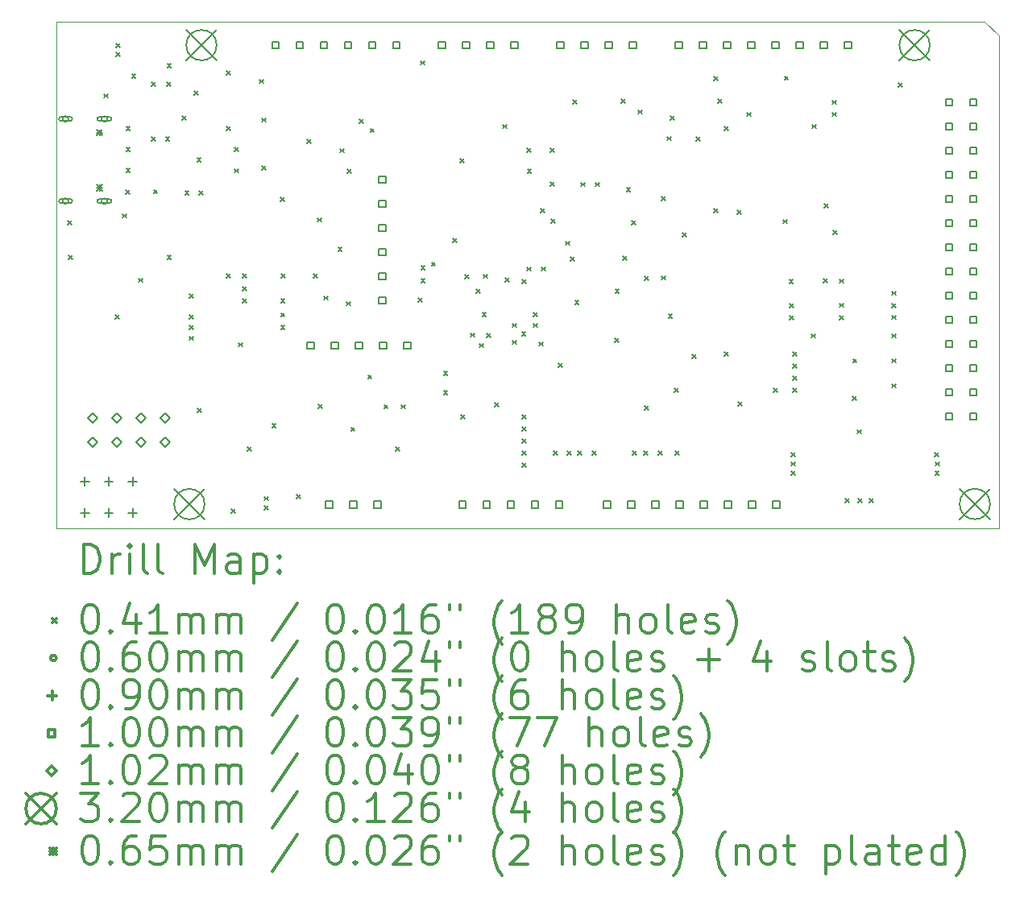
<source format=gbr>
%FSLAX45Y45*%
G04 Gerber Fmt 4.5, Leading zero omitted, Abs format (unit mm)*
G04 Created by KiCad (PCBNEW 5.1.6-c6e7f7d~87~ubuntu18.04.1) date 2020-10-24 14:27:24*
%MOMM*%
%LPD*%
G01*
G04 APERTURE LIST*
%TA.AperFunction,Profile*%
%ADD10C,0.100000*%
%TD*%
%ADD11C,0.200000*%
%ADD12C,0.300000*%
G04 APERTURE END LIST*
D10*
X9094000Y-11358000D02*
X9094000Y-6027000D01*
X18997000Y-11358000D02*
X9094000Y-11358000D01*
X18997000Y-6179000D02*
X18997000Y-11358000D01*
X18845000Y-6027000D02*
X18997000Y-6179000D01*
X9094000Y-6027000D02*
X18845000Y-6027000D01*
D11*
X9207720Y-8120353D02*
X9248360Y-8160993D01*
X9248360Y-8120353D02*
X9207720Y-8160993D01*
X9214979Y-8487180D02*
X9255619Y-8527820D01*
X9255619Y-8487180D02*
X9214979Y-8527820D01*
X9593681Y-6790431D02*
X9634321Y-6831071D01*
X9634321Y-6790431D02*
X9593681Y-6831071D01*
X9710641Y-9116037D02*
X9751281Y-9156677D01*
X9751281Y-9116037D02*
X9710641Y-9156677D01*
X9714680Y-6257400D02*
X9755320Y-6298040D01*
X9755320Y-6257400D02*
X9714680Y-6298040D01*
X9714680Y-6351400D02*
X9755320Y-6392040D01*
X9755320Y-6351400D02*
X9714680Y-6392040D01*
X9786840Y-8051780D02*
X9827480Y-8092420D01*
X9827480Y-8051780D02*
X9786840Y-8092420D01*
X9822399Y-7799680D02*
X9863039Y-7840320D01*
X9863039Y-7799680D02*
X9822399Y-7840320D01*
X9823920Y-7354680D02*
X9864560Y-7395320D01*
X9864560Y-7354680D02*
X9823920Y-7395320D01*
X9823921Y-7574680D02*
X9864561Y-7615320D01*
X9864561Y-7574680D02*
X9823921Y-7615320D01*
X9824250Y-7132710D02*
X9864890Y-7173350D01*
X9864890Y-7132710D02*
X9824250Y-7173350D01*
X9883680Y-6583682D02*
X9924320Y-6624322D01*
X9924320Y-6583682D02*
X9883680Y-6624322D01*
X9957020Y-8729340D02*
X9997660Y-8769980D01*
X9997660Y-8729340D02*
X9957020Y-8769980D01*
X10091640Y-7239680D02*
X10132280Y-7280320D01*
X10132280Y-7239680D02*
X10091640Y-7280320D01*
X10093490Y-6670430D02*
X10134130Y-6711070D01*
X10134130Y-6670430D02*
X10093490Y-6711070D01*
X10112286Y-7798190D02*
X10152926Y-7838830D01*
X10152926Y-7798190D02*
X10112286Y-7838830D01*
X10239286Y-7240406D02*
X10279926Y-7281046D01*
X10279926Y-7240406D02*
X10239286Y-7281046D01*
X10250980Y-6670430D02*
X10291620Y-6711070D01*
X10291620Y-6670430D02*
X10250980Y-6711070D01*
X10255180Y-8487178D02*
X10295820Y-8527818D01*
X10295820Y-8487178D02*
X10255180Y-8527818D01*
X10255680Y-6471680D02*
X10296320Y-6512320D01*
X10296320Y-6471680D02*
X10255680Y-6512320D01*
X10411680Y-7022430D02*
X10452320Y-7063070D01*
X10452320Y-7022430D02*
X10411680Y-7063070D01*
X10442160Y-7807940D02*
X10482800Y-7848580D01*
X10482800Y-7807940D02*
X10442160Y-7848580D01*
X10488680Y-8897180D02*
X10529320Y-8937820D01*
X10529320Y-8897180D02*
X10488680Y-8937820D01*
X10488680Y-9116680D02*
X10529320Y-9157320D01*
X10529320Y-9116680D02*
X10488680Y-9157320D01*
X10488680Y-9226680D02*
X10529320Y-9267320D01*
X10529320Y-9226680D02*
X10488680Y-9267320D01*
X10488680Y-9337680D02*
X10529320Y-9378320D01*
X10529320Y-9337680D02*
X10488680Y-9378320D01*
X10537990Y-6760600D02*
X10578630Y-6801240D01*
X10578630Y-6760600D02*
X10537990Y-6801240D01*
X10569163Y-7464680D02*
X10609803Y-7505320D01*
X10609803Y-7464680D02*
X10569163Y-7505320D01*
X10574240Y-10096480D02*
X10614880Y-10137120D01*
X10614880Y-10096480D02*
X10574240Y-10137120D01*
X10592020Y-7807940D02*
X10632660Y-7848580D01*
X10632660Y-7807940D02*
X10592020Y-7848580D01*
X10875680Y-6550680D02*
X10916320Y-6591320D01*
X10916320Y-6550680D02*
X10875680Y-6591320D01*
X10878680Y-8684680D02*
X10919320Y-8725320D01*
X10919320Y-8684680D02*
X10878680Y-8725320D01*
X10879040Y-7134840D02*
X10919680Y-7175480D01*
X10919680Y-7134840D02*
X10879040Y-7175480D01*
X10929681Y-11155431D02*
X10970321Y-11196071D01*
X10970321Y-11155431D02*
X10929681Y-11196071D01*
X10960320Y-7353280D02*
X11000960Y-7393920D01*
X11000960Y-7353280D02*
X10960320Y-7393920D01*
X10960320Y-7578038D02*
X11000960Y-7618678D01*
X11000960Y-7578038D02*
X10960320Y-7618678D01*
X11003500Y-9405600D02*
X11044140Y-9446240D01*
X11044140Y-9405600D02*
X11003500Y-9446240D01*
X11049680Y-8683680D02*
X11090320Y-8724320D01*
X11090320Y-8683680D02*
X11049680Y-8724320D01*
X11049680Y-8814680D02*
X11090320Y-8855320D01*
X11090320Y-8814680D02*
X11049680Y-8855320D01*
X11049680Y-8943680D02*
X11090320Y-8984320D01*
X11090320Y-8943680D02*
X11049680Y-8984320D01*
X11095681Y-10500330D02*
X11136321Y-10540970D01*
X11136321Y-10500330D02*
X11095681Y-10540970D01*
X11225980Y-6637000D02*
X11266620Y-6677640D01*
X11266620Y-6637000D02*
X11225980Y-6677640D01*
X11249680Y-7044180D02*
X11290320Y-7084820D01*
X11290320Y-7044180D02*
X11249680Y-7084820D01*
X11249878Y-7549900D02*
X11290518Y-7590540D01*
X11290518Y-7549900D02*
X11249878Y-7590540D01*
X11275280Y-11023580D02*
X11315920Y-11064220D01*
X11315920Y-11023580D02*
X11275280Y-11064220D01*
X11275280Y-11122640D02*
X11315920Y-11163280D01*
X11315920Y-11122640D02*
X11275280Y-11163280D01*
X11355679Y-10254430D02*
X11396319Y-10295070D01*
X11396319Y-10254430D02*
X11355679Y-10295070D01*
X11443710Y-7879680D02*
X11484350Y-7920320D01*
X11484350Y-7879680D02*
X11443710Y-7920320D01*
X11448680Y-8943680D02*
X11489320Y-8984320D01*
X11489320Y-8943680D02*
X11448680Y-8984320D01*
X11448680Y-9093180D02*
X11489320Y-9133820D01*
X11489320Y-9093180D02*
X11448680Y-9133820D01*
X11448680Y-9224113D02*
X11489320Y-9264753D01*
X11489320Y-9224113D02*
X11448680Y-9264753D01*
X11450965Y-8683680D02*
X11491605Y-8724320D01*
X11491605Y-8683680D02*
X11450965Y-8724320D01*
X11615680Y-11002930D02*
X11656320Y-11043570D01*
X11656320Y-11002930D02*
X11615680Y-11043570D01*
X11722680Y-7267180D02*
X11763320Y-7307820D01*
X11763320Y-7267180D02*
X11722680Y-7307820D01*
X11793450Y-8683680D02*
X11834090Y-8724320D01*
X11834090Y-8683680D02*
X11793450Y-8724320D01*
X11831680Y-8093680D02*
X11872320Y-8134320D01*
X11872320Y-8093680D02*
X11831680Y-8134320D01*
X11841420Y-10050480D02*
X11882060Y-10091120D01*
X11882060Y-10050480D02*
X11841420Y-10091120D01*
X11901680Y-8915680D02*
X11942320Y-8956320D01*
X11942320Y-8915680D02*
X11901680Y-8956320D01*
X12049680Y-8404680D02*
X12090320Y-8445320D01*
X12090320Y-8404680D02*
X12049680Y-8445320D01*
X12072080Y-7365979D02*
X12112720Y-7406619D01*
X12112720Y-7365979D02*
X12072080Y-7406619D01*
X12139680Y-8973680D02*
X12180320Y-9014320D01*
X12180320Y-8973680D02*
X12139680Y-9014320D01*
X12149680Y-7584680D02*
X12190320Y-7625320D01*
X12190320Y-7584680D02*
X12149680Y-7625320D01*
X12185679Y-10295180D02*
X12226319Y-10335820D01*
X12226319Y-10295180D02*
X12185679Y-10335820D01*
X12273500Y-7059500D02*
X12314140Y-7100140D01*
X12314140Y-7059500D02*
X12273500Y-7100140D01*
X12363430Y-9744678D02*
X12404070Y-9785318D01*
X12404070Y-9744678D02*
X12363430Y-9785318D01*
X12389680Y-7154680D02*
X12430320Y-7195320D01*
X12430320Y-7154680D02*
X12389680Y-7195320D01*
X12533160Y-10057520D02*
X12573800Y-10098160D01*
X12573800Y-10057520D02*
X12533160Y-10098160D01*
X12655680Y-10500328D02*
X12696320Y-10540968D01*
X12696320Y-10500328D02*
X12655680Y-10540968D01*
X12716040Y-10057520D02*
X12756680Y-10098160D01*
X12756680Y-10057520D02*
X12716040Y-10098160D01*
X12892680Y-8936929D02*
X12933320Y-8977569D01*
X12933320Y-8936929D02*
X12892680Y-8977569D01*
X12919180Y-6442180D02*
X12959820Y-6482820D01*
X12959820Y-6442180D02*
X12919180Y-6482820D01*
X12922680Y-8599680D02*
X12963320Y-8640320D01*
X12963320Y-8599680D02*
X12922680Y-8640320D01*
X12922680Y-8729680D02*
X12963320Y-8770320D01*
X12963320Y-8729680D02*
X12922680Y-8770320D01*
X13032680Y-8559680D02*
X13073320Y-8600320D01*
X13073320Y-8559680D02*
X13032680Y-8600320D01*
X13159202Y-9908520D02*
X13199842Y-9949160D01*
X13199842Y-9908520D02*
X13159202Y-9949160D01*
X13159960Y-9705320D02*
X13200600Y-9745960D01*
X13200600Y-9705320D02*
X13159960Y-9745960D01*
X13256680Y-8310680D02*
X13297320Y-8351320D01*
X13297320Y-8310680D02*
X13256680Y-8351320D01*
X13331430Y-7469930D02*
X13372070Y-7510570D01*
X13372070Y-7469930D02*
X13331430Y-7510570D01*
X13342840Y-10162520D02*
X13383480Y-10203160D01*
X13383480Y-10162520D02*
X13342840Y-10203160D01*
X13385680Y-8687680D02*
X13426320Y-8728320D01*
X13426320Y-8687680D02*
X13385680Y-8728320D01*
X13444680Y-9304680D02*
X13485320Y-9345320D01*
X13485320Y-9304680D02*
X13444680Y-9345320D01*
X13502680Y-8844680D02*
X13543320Y-8885320D01*
X13543320Y-8844680D02*
X13502680Y-8885320D01*
X13534680Y-9414680D02*
X13575320Y-9455320D01*
X13575320Y-9414680D02*
X13534680Y-9455320D01*
X13566680Y-9091680D02*
X13607320Y-9132320D01*
X13607320Y-9091680D02*
X13566680Y-9132320D01*
X13575680Y-8685680D02*
X13616320Y-8726320D01*
X13616320Y-8685680D02*
X13575680Y-8726320D01*
X13614620Y-9309680D02*
X13655260Y-9350320D01*
X13655260Y-9309680D02*
X13614620Y-9350320D01*
X13699201Y-10035520D02*
X13739841Y-10076160D01*
X13739841Y-10035520D02*
X13699201Y-10076160D01*
X13778680Y-7111680D02*
X13819320Y-7152320D01*
X13819320Y-7111680D02*
X13778680Y-7152320D01*
X13809680Y-8721680D02*
X13850320Y-8762320D01*
X13850320Y-8721680D02*
X13809680Y-8762320D01*
X13886680Y-9203680D02*
X13927320Y-9244320D01*
X13927320Y-9203680D02*
X13886680Y-9244320D01*
X13886680Y-9380680D02*
X13927320Y-9421320D01*
X13927320Y-9380680D02*
X13886680Y-9421320D01*
X13980680Y-9292680D02*
X14021320Y-9333320D01*
X14021320Y-9292680D02*
X13980680Y-9333320D01*
X13986680Y-8742680D02*
X14027320Y-8783320D01*
X14027320Y-8742680D02*
X13986680Y-8783320D01*
X13987680Y-10162520D02*
X14028320Y-10203160D01*
X14028320Y-10162520D02*
X13987680Y-10203160D01*
X13987680Y-10289520D02*
X14028320Y-10330160D01*
X14028320Y-10289520D02*
X13987680Y-10330160D01*
X13987680Y-10416520D02*
X14028320Y-10457160D01*
X14028320Y-10416520D02*
X13987680Y-10457160D01*
X13987680Y-10543520D02*
X14028320Y-10584160D01*
X14028320Y-10543520D02*
X13987680Y-10584160D01*
X13987680Y-10670520D02*
X14028320Y-10711160D01*
X14028320Y-10670520D02*
X13987680Y-10711160D01*
X14034680Y-8609680D02*
X14075320Y-8650320D01*
X14075320Y-8609680D02*
X14034680Y-8650320D01*
X14038680Y-7360680D02*
X14079320Y-7401320D01*
X14079320Y-7360680D02*
X14038680Y-7401320D01*
X14040680Y-7581680D02*
X14081320Y-7622320D01*
X14081320Y-7581680D02*
X14040680Y-7622320D01*
X14101680Y-9203680D02*
X14142320Y-9244320D01*
X14142320Y-9203680D02*
X14101680Y-9244320D01*
X14105680Y-9089680D02*
X14146320Y-9130320D01*
X14146320Y-9089680D02*
X14105680Y-9130320D01*
X14162680Y-9397680D02*
X14203320Y-9438320D01*
X14203320Y-9397680D02*
X14162680Y-9438320D01*
X14177680Y-7997680D02*
X14218320Y-8038320D01*
X14218320Y-7997680D02*
X14177680Y-8038320D01*
X14185430Y-8609720D02*
X14226070Y-8650360D01*
X14226070Y-8609720D02*
X14185430Y-8650360D01*
X14282680Y-7359680D02*
X14323320Y-7400320D01*
X14323320Y-7359680D02*
X14282680Y-7400320D01*
X14283680Y-7718680D02*
X14324320Y-7759320D01*
X14324320Y-7718680D02*
X14283680Y-7759320D01*
X14286680Y-8106680D02*
X14327320Y-8147320D01*
X14327320Y-8106680D02*
X14286680Y-8147320D01*
X14313120Y-10543520D02*
X14353760Y-10584160D01*
X14353760Y-10543520D02*
X14313120Y-10584160D01*
X14367680Y-9623680D02*
X14408320Y-9664320D01*
X14408320Y-9623680D02*
X14367680Y-9664320D01*
X14443680Y-8338680D02*
X14484320Y-8379320D01*
X14484320Y-8338680D02*
X14443680Y-8379320D01*
X14460440Y-10543520D02*
X14501080Y-10584160D01*
X14501080Y-10543520D02*
X14460440Y-10584160D01*
X14492680Y-8501680D02*
X14533320Y-8542320D01*
X14533320Y-8501680D02*
X14492680Y-8542320D01*
X14518680Y-6852680D02*
X14559320Y-6893320D01*
X14559320Y-6852680D02*
X14518680Y-6893320D01*
X14539680Y-8959680D02*
X14580320Y-9000320D01*
X14580320Y-8959680D02*
X14539680Y-9000320D01*
X14572200Y-10543520D02*
X14612840Y-10584160D01*
X14612840Y-10543520D02*
X14572200Y-10584160D01*
X14599680Y-7721680D02*
X14640320Y-7762320D01*
X14640320Y-7721680D02*
X14599680Y-7762320D01*
X14722060Y-10543520D02*
X14762700Y-10584160D01*
X14762700Y-10543520D02*
X14722060Y-10584160D01*
X14755680Y-7721680D02*
X14796320Y-7762320D01*
X14796320Y-7721680D02*
X14755680Y-7762320D01*
X14958280Y-9362420D02*
X14998920Y-9403060D01*
X14998920Y-9362420D02*
X14958280Y-9403060D01*
X14963431Y-8841680D02*
X15004071Y-8882320D01*
X15004071Y-8841680D02*
X14963431Y-8882320D01*
X15024680Y-6841680D02*
X15065320Y-6882320D01*
X15065320Y-6841680D02*
X15024680Y-6882320D01*
X15045680Y-8493680D02*
X15086320Y-8534320D01*
X15086320Y-8493680D02*
X15045680Y-8534320D01*
X15081680Y-7778680D02*
X15122320Y-7819320D01*
X15122320Y-7778680D02*
X15081680Y-7819320D01*
X15133540Y-8122900D02*
X15174180Y-8163540D01*
X15174180Y-8122900D02*
X15133540Y-8163540D01*
X15141680Y-10543520D02*
X15182320Y-10584160D01*
X15182320Y-10543520D02*
X15141680Y-10584160D01*
X15204680Y-6959680D02*
X15245320Y-7000320D01*
X15245320Y-6959680D02*
X15204680Y-7000320D01*
X15263080Y-10543520D02*
X15303720Y-10584160D01*
X15303720Y-10543520D02*
X15263080Y-10584160D01*
X15268680Y-8706680D02*
X15309320Y-8747320D01*
X15309320Y-8706680D02*
X15268680Y-8747320D01*
X15268680Y-10068680D02*
X15309320Y-10109320D01*
X15309320Y-10068680D02*
X15268680Y-10109320D01*
X15416680Y-10543520D02*
X15457320Y-10584160D01*
X15457320Y-10543520D02*
X15416680Y-10584160D01*
X15450680Y-7869680D02*
X15491320Y-7910320D01*
X15491320Y-7869680D02*
X15450680Y-7910320D01*
X15451680Y-8702680D02*
X15492320Y-8743320D01*
X15492320Y-8702680D02*
X15451680Y-8743320D01*
X15510680Y-7238680D02*
X15551320Y-7279320D01*
X15551320Y-7238680D02*
X15510680Y-7279320D01*
X15521680Y-9108680D02*
X15562320Y-9149320D01*
X15562320Y-9108680D02*
X15521680Y-9149320D01*
X15539680Y-7024680D02*
X15580320Y-7065320D01*
X15580320Y-7024680D02*
X15539680Y-7065320D01*
X15584680Y-9884680D02*
X15625320Y-9925320D01*
X15625320Y-9884680D02*
X15584680Y-9925320D01*
X15595820Y-10543520D02*
X15636460Y-10584160D01*
X15636460Y-10543520D02*
X15595820Y-10584160D01*
X15670680Y-8249680D02*
X15711320Y-8290320D01*
X15711320Y-8249680D02*
X15670680Y-8290320D01*
X15768680Y-9529680D02*
X15809320Y-9570320D01*
X15809320Y-9529680D02*
X15768680Y-9570320D01*
X15812680Y-7245680D02*
X15853320Y-7286320D01*
X15853320Y-7245680D02*
X15812680Y-7286320D01*
X15998680Y-6604680D02*
X16039320Y-6645320D01*
X16039320Y-6604680D02*
X15998680Y-6645320D01*
X15998680Y-7996680D02*
X16039320Y-8037320D01*
X16039320Y-7996680D02*
X15998680Y-8037320D01*
X16043680Y-6844680D02*
X16084320Y-6885320D01*
X16084320Y-6844680D02*
X16043680Y-6885320D01*
X16112680Y-7129680D02*
X16153320Y-7170320D01*
X16153320Y-7129680D02*
X16112680Y-7170320D01*
X16113180Y-9501180D02*
X16153820Y-9541820D01*
X16153820Y-9501180D02*
X16113180Y-9541820D01*
X16248600Y-8011140D02*
X16289240Y-8051780D01*
X16289240Y-8011140D02*
X16248600Y-8051780D01*
X16255680Y-10027680D02*
X16296320Y-10068320D01*
X16296320Y-10027680D02*
X16255680Y-10068320D01*
X16349680Y-6984680D02*
X16390320Y-7025320D01*
X16390320Y-6984680D02*
X16349680Y-7025320D01*
X16628680Y-9883680D02*
X16669320Y-9924320D01*
X16669320Y-9883680D02*
X16628680Y-9924320D01*
X16729680Y-8110680D02*
X16770320Y-8151320D01*
X16770320Y-8110680D02*
X16729680Y-8151320D01*
X16741680Y-6603680D02*
X16782320Y-6644320D01*
X16782320Y-6603680D02*
X16741680Y-6644320D01*
X16791680Y-8741680D02*
X16832320Y-8782320D01*
X16832320Y-8741680D02*
X16791680Y-8782320D01*
X16794680Y-9120680D02*
X16835320Y-9161320D01*
X16835320Y-9120680D02*
X16794680Y-9161320D01*
X16796680Y-8995680D02*
X16837320Y-9036320D01*
X16837320Y-8995680D02*
X16796680Y-9036320D01*
X16814320Y-10560880D02*
X16854960Y-10601520D01*
X16854960Y-10560880D02*
X16814320Y-10601520D01*
X16815320Y-10658880D02*
X16855960Y-10699520D01*
X16855960Y-10658880D02*
X16815320Y-10699520D01*
X16815320Y-10756880D02*
X16855960Y-10797520D01*
X16855960Y-10756880D02*
X16815320Y-10797520D01*
X16827680Y-9884680D02*
X16868320Y-9925320D01*
X16868320Y-9884680D02*
X16827680Y-9925320D01*
X16830680Y-9758680D02*
X16871320Y-9799320D01*
X16871320Y-9758680D02*
X16830680Y-9799320D01*
X16831599Y-9632537D02*
X16872239Y-9673177D01*
X16872239Y-9632537D02*
X16831599Y-9673177D01*
X16831680Y-9505680D02*
X16872320Y-9546320D01*
X16872320Y-9505680D02*
X16831680Y-9546320D01*
X17027680Y-9313680D02*
X17068320Y-9354320D01*
X17068320Y-9313680D02*
X17027680Y-9354320D01*
X17033680Y-7111680D02*
X17074320Y-7152320D01*
X17074320Y-7111680D02*
X17033680Y-7152320D01*
X17152680Y-8735680D02*
X17193320Y-8776320D01*
X17193320Y-8735680D02*
X17152680Y-8776320D01*
X17160460Y-7947640D02*
X17201100Y-7988280D01*
X17201100Y-7947640D02*
X17160460Y-7988280D01*
X17244680Y-6857680D02*
X17285320Y-6898320D01*
X17285320Y-6857680D02*
X17244680Y-6898320D01*
X17244680Y-6984680D02*
X17285320Y-7025320D01*
X17285320Y-6984680D02*
X17244680Y-7025320D01*
X17255680Y-8225680D02*
X17296320Y-8266320D01*
X17296320Y-8225680D02*
X17255680Y-8266320D01*
X17319680Y-8737680D02*
X17360320Y-8778320D01*
X17360320Y-8737680D02*
X17319680Y-8778320D01*
X17319680Y-8991680D02*
X17360320Y-9032320D01*
X17360320Y-8991680D02*
X17319680Y-9032320D01*
X17319680Y-9119680D02*
X17360320Y-9160320D01*
X17360320Y-9119680D02*
X17319680Y-9160320D01*
X17383280Y-11044120D02*
X17423920Y-11084760D01*
X17423920Y-11044120D02*
X17383280Y-11084760D01*
X17455930Y-9967770D02*
X17496570Y-10008410D01*
X17496570Y-9967770D02*
X17455930Y-10008410D01*
X17460170Y-9575781D02*
X17500810Y-9616421D01*
X17500810Y-9575781D02*
X17460170Y-9616421D01*
X17510280Y-10321120D02*
X17550920Y-10361760D01*
X17550920Y-10321120D02*
X17510280Y-10361760D01*
X17512280Y-11044120D02*
X17552920Y-11084760D01*
X17552920Y-11044120D02*
X17512280Y-11084760D01*
X17631280Y-11047120D02*
X17671920Y-11087760D01*
X17671920Y-11047120D02*
X17631280Y-11087760D01*
X17870929Y-9313680D02*
X17911569Y-9354320D01*
X17911569Y-9313680D02*
X17870929Y-9354320D01*
X17871650Y-9575779D02*
X17912290Y-9616419D01*
X17912290Y-9575779D02*
X17871650Y-9616419D01*
X17871650Y-8864680D02*
X17912290Y-8905320D01*
X17912290Y-8864680D02*
X17871650Y-8905320D01*
X17871650Y-8992680D02*
X17912290Y-9033320D01*
X17912290Y-8992680D02*
X17871650Y-9033320D01*
X17871650Y-9118580D02*
X17912290Y-9159220D01*
X17912290Y-9118580D02*
X17871650Y-9159220D01*
X17871930Y-9837680D02*
X17912570Y-9878320D01*
X17912570Y-9837680D02*
X17871930Y-9878320D01*
X17940240Y-6677640D02*
X17980880Y-6718280D01*
X17980880Y-6677640D02*
X17940240Y-6718280D01*
X18323160Y-10560880D02*
X18363800Y-10601520D01*
X18363800Y-10560880D02*
X18323160Y-10601520D01*
X18324160Y-10756880D02*
X18364800Y-10797520D01*
X18364800Y-10756880D02*
X18324160Y-10797520D01*
X18325160Y-10658880D02*
X18365800Y-10699520D01*
X18365800Y-10658880D02*
X18325160Y-10699520D01*
X9216500Y-7053000D02*
G75*
G03*
X9216500Y-7053000I-30000J0D01*
G01*
X9236500Y-7033000D02*
X9136500Y-7033000D01*
X9236500Y-7073000D02*
X9136500Y-7073000D01*
X9136500Y-7033000D02*
G75*
G03*
X9136500Y-7073000I0J-20000D01*
G01*
X9236500Y-7073000D02*
G75*
G03*
X9236500Y-7033000I0J20000D01*
G01*
X9216500Y-7917000D02*
G75*
G03*
X9216500Y-7917000I-30000J0D01*
G01*
X9236500Y-7897000D02*
X9136500Y-7897000D01*
X9236500Y-7937000D02*
X9136500Y-7937000D01*
X9136500Y-7897000D02*
G75*
G03*
X9136500Y-7937000I0J-20000D01*
G01*
X9236500Y-7937000D02*
G75*
G03*
X9236500Y-7897000I0J20000D01*
G01*
X9624500Y-7053000D02*
G75*
G03*
X9624500Y-7053000I-30000J0D01*
G01*
X9649500Y-7033000D02*
X9539500Y-7033000D01*
X9649500Y-7073000D02*
X9539500Y-7073000D01*
X9539500Y-7033000D02*
G75*
G03*
X9539500Y-7073000I0J-20000D01*
G01*
X9649500Y-7073000D02*
G75*
G03*
X9649500Y-7033000I0J20000D01*
G01*
X9624500Y-7917000D02*
G75*
G03*
X9624500Y-7917000I-30000J0D01*
G01*
X9649500Y-7897000D02*
X9539500Y-7897000D01*
X9649500Y-7937000D02*
X9539500Y-7937000D01*
X9539500Y-7897000D02*
G75*
G03*
X9539500Y-7937000I0J-20000D01*
G01*
X9649500Y-7937000D02*
G75*
G03*
X9649500Y-7897000I0J20000D01*
G01*
X9390600Y-10818560D02*
X9390600Y-10908560D01*
X9345600Y-10863560D02*
X9435600Y-10863560D01*
X9390600Y-11148560D02*
X9390600Y-11238560D01*
X9345600Y-11193560D02*
X9435600Y-11193560D01*
X9640600Y-10818560D02*
X9640600Y-10908560D01*
X9595600Y-10863560D02*
X9685600Y-10863560D01*
X9640600Y-11148560D02*
X9640600Y-11238560D01*
X9595600Y-11193560D02*
X9685600Y-11193560D01*
X9890600Y-10818560D02*
X9890600Y-10908560D01*
X9845600Y-10863560D02*
X9935600Y-10863560D01*
X9890600Y-11148560D02*
X9890600Y-11238560D01*
X9845600Y-11193560D02*
X9935600Y-11193560D01*
X11798316Y-9468896D02*
X11798316Y-9398184D01*
X11727604Y-9398184D01*
X11727604Y-9468896D01*
X11798316Y-9468896D01*
X12052316Y-9468896D02*
X12052316Y-9398184D01*
X11981604Y-9398184D01*
X11981604Y-9468896D01*
X12052316Y-9468896D01*
X12306316Y-9468896D02*
X12306316Y-9398184D01*
X12235604Y-9398184D01*
X12235604Y-9468896D01*
X12306316Y-9468896D01*
X12560316Y-9468896D02*
X12560316Y-9398184D01*
X12489604Y-9398184D01*
X12489604Y-9468896D01*
X12560316Y-9468896D01*
X12814316Y-9468896D02*
X12814316Y-9398184D01*
X12743604Y-9398184D01*
X12743604Y-9468896D01*
X12814316Y-9468896D01*
X13178356Y-6310356D02*
X13178356Y-6239644D01*
X13107644Y-6239644D01*
X13107644Y-6310356D01*
X13178356Y-6310356D01*
X13432356Y-6310356D02*
X13432356Y-6239644D01*
X13361644Y-6239644D01*
X13361644Y-6310356D01*
X13432356Y-6310356D01*
X13686356Y-6310356D02*
X13686356Y-6239644D01*
X13615644Y-6239644D01*
X13615644Y-6310356D01*
X13686356Y-6310356D01*
X13940356Y-6310356D02*
X13940356Y-6239644D01*
X13869644Y-6239644D01*
X13869644Y-6310356D01*
X13940356Y-6310356D01*
X11991356Y-11142756D02*
X11991356Y-11072044D01*
X11920644Y-11072044D01*
X11920644Y-11142756D01*
X11991356Y-11142756D01*
X12245356Y-11142756D02*
X12245356Y-11072044D01*
X12174644Y-11072044D01*
X12174644Y-11142756D01*
X12245356Y-11142756D01*
X12499356Y-11142756D02*
X12499356Y-11072044D01*
X12428644Y-11072044D01*
X12428644Y-11142756D01*
X12499356Y-11142756D01*
X13393436Y-11142756D02*
X13393436Y-11072044D01*
X13322724Y-11072044D01*
X13322724Y-11142756D01*
X13393436Y-11142756D01*
X13647436Y-11142756D02*
X13647436Y-11072044D01*
X13576724Y-11072044D01*
X13576724Y-11142756D01*
X13647436Y-11142756D01*
X13901436Y-11142756D02*
X13901436Y-11072044D01*
X13830724Y-11072044D01*
X13830724Y-11142756D01*
X13901436Y-11142756D01*
X14155436Y-11142756D02*
X14155436Y-11072044D01*
X14084724Y-11072044D01*
X14084724Y-11142756D01*
X14155436Y-11142756D01*
X14409436Y-11142756D02*
X14409436Y-11072044D01*
X14338724Y-11072044D01*
X14338724Y-11142756D01*
X14409436Y-11142756D01*
X12550156Y-7726456D02*
X12550156Y-7655744D01*
X12479444Y-7655744D01*
X12479444Y-7726456D01*
X12550156Y-7726456D01*
X12550156Y-7980456D02*
X12550156Y-7909744D01*
X12479444Y-7909744D01*
X12479444Y-7980456D01*
X12550156Y-7980456D01*
X12550156Y-8234456D02*
X12550156Y-8163744D01*
X12479444Y-8163744D01*
X12479444Y-8234456D01*
X12550156Y-8234456D01*
X12550156Y-8488456D02*
X12550156Y-8417744D01*
X12479444Y-8417744D01*
X12479444Y-8488456D01*
X12550156Y-8488456D01*
X12550156Y-8742456D02*
X12550156Y-8671744D01*
X12479444Y-8671744D01*
X12479444Y-8742456D01*
X12550156Y-8742456D01*
X12550156Y-8996456D02*
X12550156Y-8925744D01*
X12479444Y-8925744D01*
X12479444Y-8996456D01*
X12550156Y-8996456D01*
X15666356Y-6310356D02*
X15666356Y-6239644D01*
X15595644Y-6239644D01*
X15595644Y-6310356D01*
X15666356Y-6310356D01*
X15920356Y-6310356D02*
X15920356Y-6239644D01*
X15849644Y-6239644D01*
X15849644Y-6310356D01*
X15920356Y-6310356D01*
X16174356Y-6310356D02*
X16174356Y-6239644D01*
X16103644Y-6239644D01*
X16103644Y-6310356D01*
X16174356Y-6310356D01*
X16428356Y-6310356D02*
X16428356Y-6239644D01*
X16357644Y-6239644D01*
X16357644Y-6310356D01*
X16428356Y-6310356D01*
X16682356Y-6310356D02*
X16682356Y-6239644D01*
X16611644Y-6239644D01*
X16611644Y-6310356D01*
X16682356Y-6310356D01*
X16936356Y-6310356D02*
X16936356Y-6239644D01*
X16865644Y-6239644D01*
X16865644Y-6310356D01*
X16936356Y-6310356D01*
X17190356Y-6310356D02*
X17190356Y-6239644D01*
X17119644Y-6239644D01*
X17119644Y-6310356D01*
X17190356Y-6310356D01*
X17444356Y-6310356D02*
X17444356Y-6239644D01*
X17373644Y-6239644D01*
X17373644Y-6310356D01*
X17444356Y-6310356D01*
X14912356Y-11142756D02*
X14912356Y-11072044D01*
X14841644Y-11072044D01*
X14841644Y-11142756D01*
X14912356Y-11142756D01*
X15166356Y-11142756D02*
X15166356Y-11072044D01*
X15095644Y-11072044D01*
X15095644Y-11142756D01*
X15166356Y-11142756D01*
X15420356Y-11142756D02*
X15420356Y-11072044D01*
X15349644Y-11072044D01*
X15349644Y-11142756D01*
X15420356Y-11142756D01*
X15674356Y-11142756D02*
X15674356Y-11072044D01*
X15603644Y-11072044D01*
X15603644Y-11142756D01*
X15674356Y-11142756D01*
X15928356Y-11142756D02*
X15928356Y-11072044D01*
X15857644Y-11072044D01*
X15857644Y-11142756D01*
X15928356Y-11142756D01*
X16182356Y-11142756D02*
X16182356Y-11072044D01*
X16111644Y-11072044D01*
X16111644Y-11142756D01*
X16182356Y-11142756D01*
X16436356Y-11142756D02*
X16436356Y-11072044D01*
X16365644Y-11072044D01*
X16365644Y-11142756D01*
X16436356Y-11142756D01*
X16690356Y-11142756D02*
X16690356Y-11072044D01*
X16619644Y-11072044D01*
X16619644Y-11142756D01*
X16690356Y-11142756D01*
X11428356Y-6310356D02*
X11428356Y-6239644D01*
X11357644Y-6239644D01*
X11357644Y-6310356D01*
X11428356Y-6310356D01*
X11682356Y-6310356D02*
X11682356Y-6239644D01*
X11611644Y-6239644D01*
X11611644Y-6310356D01*
X11682356Y-6310356D01*
X11936356Y-6310356D02*
X11936356Y-6239644D01*
X11865644Y-6239644D01*
X11865644Y-6310356D01*
X11936356Y-6310356D01*
X12190356Y-6310356D02*
X12190356Y-6239644D01*
X12119644Y-6239644D01*
X12119644Y-6310356D01*
X12190356Y-6310356D01*
X12444356Y-6310356D02*
X12444356Y-6239644D01*
X12373644Y-6239644D01*
X12373644Y-6310356D01*
X12444356Y-6310356D01*
X12698356Y-6310356D02*
X12698356Y-6239644D01*
X12627644Y-6239644D01*
X12627644Y-6310356D01*
X12698356Y-6310356D01*
X14420356Y-6310356D02*
X14420356Y-6239644D01*
X14349644Y-6239644D01*
X14349644Y-6310356D01*
X14420356Y-6310356D01*
X14674356Y-6310356D02*
X14674356Y-6239644D01*
X14603644Y-6239644D01*
X14603644Y-6310356D01*
X14674356Y-6310356D01*
X14928356Y-6310356D02*
X14928356Y-6239644D01*
X14857644Y-6239644D01*
X14857644Y-6310356D01*
X14928356Y-6310356D01*
X15182356Y-6310356D02*
X15182356Y-6239644D01*
X15111644Y-6239644D01*
X15111644Y-6310356D01*
X15182356Y-6310356D01*
X18508996Y-6911116D02*
X18508996Y-6840404D01*
X18438284Y-6840404D01*
X18438284Y-6911116D01*
X18508996Y-6911116D01*
X18508996Y-7165116D02*
X18508996Y-7094404D01*
X18438284Y-7094404D01*
X18438284Y-7165116D01*
X18508996Y-7165116D01*
X18508996Y-7419116D02*
X18508996Y-7348404D01*
X18438284Y-7348404D01*
X18438284Y-7419116D01*
X18508996Y-7419116D01*
X18508996Y-7673116D02*
X18508996Y-7602404D01*
X18438284Y-7602404D01*
X18438284Y-7673116D01*
X18508996Y-7673116D01*
X18508996Y-7927116D02*
X18508996Y-7856404D01*
X18438284Y-7856404D01*
X18438284Y-7927116D01*
X18508996Y-7927116D01*
X18508996Y-8181116D02*
X18508996Y-8110404D01*
X18438284Y-8110404D01*
X18438284Y-8181116D01*
X18508996Y-8181116D01*
X18508996Y-8435116D02*
X18508996Y-8364404D01*
X18438284Y-8364404D01*
X18438284Y-8435116D01*
X18508996Y-8435116D01*
X18508996Y-8689116D02*
X18508996Y-8618404D01*
X18438284Y-8618404D01*
X18438284Y-8689116D01*
X18508996Y-8689116D01*
X18508996Y-8943116D02*
X18508996Y-8872404D01*
X18438284Y-8872404D01*
X18438284Y-8943116D01*
X18508996Y-8943116D01*
X18508996Y-9197116D02*
X18508996Y-9126404D01*
X18438284Y-9126404D01*
X18438284Y-9197116D01*
X18508996Y-9197116D01*
X18508996Y-9451116D02*
X18508996Y-9380404D01*
X18438284Y-9380404D01*
X18438284Y-9451116D01*
X18508996Y-9451116D01*
X18508996Y-9705116D02*
X18508996Y-9634404D01*
X18438284Y-9634404D01*
X18438284Y-9705116D01*
X18508996Y-9705116D01*
X18508996Y-9959116D02*
X18508996Y-9888404D01*
X18438284Y-9888404D01*
X18438284Y-9959116D01*
X18508996Y-9959116D01*
X18508996Y-10213116D02*
X18508996Y-10142404D01*
X18438284Y-10142404D01*
X18438284Y-10213116D01*
X18508996Y-10213116D01*
X18762996Y-6911116D02*
X18762996Y-6840404D01*
X18692284Y-6840404D01*
X18692284Y-6911116D01*
X18762996Y-6911116D01*
X18762996Y-7165116D02*
X18762996Y-7094404D01*
X18692284Y-7094404D01*
X18692284Y-7165116D01*
X18762996Y-7165116D01*
X18762996Y-7419116D02*
X18762996Y-7348404D01*
X18692284Y-7348404D01*
X18692284Y-7419116D01*
X18762996Y-7419116D01*
X18762996Y-7673116D02*
X18762996Y-7602404D01*
X18692284Y-7602404D01*
X18692284Y-7673116D01*
X18762996Y-7673116D01*
X18762996Y-7927116D02*
X18762996Y-7856404D01*
X18692284Y-7856404D01*
X18692284Y-7927116D01*
X18762996Y-7927116D01*
X18762996Y-8181116D02*
X18762996Y-8110404D01*
X18692284Y-8110404D01*
X18692284Y-8181116D01*
X18762996Y-8181116D01*
X18762996Y-8435116D02*
X18762996Y-8364404D01*
X18692284Y-8364404D01*
X18692284Y-8435116D01*
X18762996Y-8435116D01*
X18762996Y-8689116D02*
X18762996Y-8618404D01*
X18692284Y-8618404D01*
X18692284Y-8689116D01*
X18762996Y-8689116D01*
X18762996Y-8943116D02*
X18762996Y-8872404D01*
X18692284Y-8872404D01*
X18692284Y-8943116D01*
X18762996Y-8943116D01*
X18762996Y-9197116D02*
X18762996Y-9126404D01*
X18692284Y-9126404D01*
X18692284Y-9197116D01*
X18762996Y-9197116D01*
X18762996Y-9451116D02*
X18762996Y-9380404D01*
X18692284Y-9380404D01*
X18692284Y-9451116D01*
X18762996Y-9451116D01*
X18762996Y-9705116D02*
X18762996Y-9634404D01*
X18692284Y-9634404D01*
X18692284Y-9705116D01*
X18762996Y-9705116D01*
X18762996Y-9959116D02*
X18762996Y-9888404D01*
X18692284Y-9888404D01*
X18692284Y-9959116D01*
X18762996Y-9959116D01*
X18762996Y-10213116D02*
X18762996Y-10142404D01*
X18692284Y-10142404D01*
X18692284Y-10213116D01*
X18762996Y-10213116D01*
X9469340Y-10251420D02*
X9520140Y-10200620D01*
X9469340Y-10149820D01*
X9418540Y-10200620D01*
X9469340Y-10251420D01*
X9469340Y-10505420D02*
X9520140Y-10454620D01*
X9469340Y-10403820D01*
X9418540Y-10454620D01*
X9469340Y-10505420D01*
X9723340Y-10251420D02*
X9774140Y-10200620D01*
X9723340Y-10149820D01*
X9672540Y-10200620D01*
X9723340Y-10251420D01*
X9723340Y-10505420D02*
X9774140Y-10454620D01*
X9723340Y-10403820D01*
X9672540Y-10454620D01*
X9723340Y-10505420D01*
X9977340Y-10251420D02*
X10028140Y-10200620D01*
X9977340Y-10149820D01*
X9926540Y-10200620D01*
X9977340Y-10251420D01*
X9977340Y-10505420D02*
X10028140Y-10454620D01*
X9977340Y-10403820D01*
X9926540Y-10454620D01*
X9977340Y-10505420D01*
X10231340Y-10251420D02*
X10282140Y-10200620D01*
X10231340Y-10149820D01*
X10180540Y-10200620D01*
X10231340Y-10251420D01*
X10231340Y-10505420D02*
X10282140Y-10454620D01*
X10231340Y-10403820D01*
X10180540Y-10454620D01*
X10231340Y-10505420D01*
X10455000Y-6117000D02*
X10775000Y-6437000D01*
X10775000Y-6117000D02*
X10455000Y-6437000D01*
X10775000Y-6277000D02*
G75*
G03*
X10775000Y-6277000I-160000J0D01*
G01*
X17949000Y-6118000D02*
X18269000Y-6438000D01*
X18269000Y-6118000D02*
X17949000Y-6438000D01*
X18269000Y-6278000D02*
G75*
G03*
X18269000Y-6278000I-160000J0D01*
G01*
X10328000Y-10942000D02*
X10648000Y-11262000D01*
X10648000Y-10942000D02*
X10328000Y-11262000D01*
X10648000Y-11102000D02*
G75*
G03*
X10648000Y-11102000I-160000J0D01*
G01*
X18582000Y-10941000D02*
X18902000Y-11261000D01*
X18902000Y-10941000D02*
X18582000Y-11261000D01*
X18902000Y-11101000D02*
G75*
G03*
X18902000Y-11101000I-160000J0D01*
G01*
X9512000Y-7163500D02*
X9577000Y-7228500D01*
X9577000Y-7163500D02*
X9512000Y-7228500D01*
X9544500Y-7163500D02*
X9544500Y-7228500D01*
X9512000Y-7196000D02*
X9577000Y-7196000D01*
X9512000Y-7741500D02*
X9577000Y-7806500D01*
X9577000Y-7741500D02*
X9512000Y-7806500D01*
X9544500Y-7741500D02*
X9544500Y-7806500D01*
X9512000Y-7774000D02*
X9577000Y-7774000D01*
D12*
X9375428Y-11828714D02*
X9375428Y-11528714D01*
X9446857Y-11528714D01*
X9489714Y-11543000D01*
X9518286Y-11571571D01*
X9532571Y-11600143D01*
X9546857Y-11657286D01*
X9546857Y-11700143D01*
X9532571Y-11757286D01*
X9518286Y-11785857D01*
X9489714Y-11814429D01*
X9446857Y-11828714D01*
X9375428Y-11828714D01*
X9675428Y-11828714D02*
X9675428Y-11628714D01*
X9675428Y-11685857D02*
X9689714Y-11657286D01*
X9704000Y-11643000D01*
X9732571Y-11628714D01*
X9761143Y-11628714D01*
X9861143Y-11828714D02*
X9861143Y-11628714D01*
X9861143Y-11528714D02*
X9846857Y-11543000D01*
X9861143Y-11557286D01*
X9875428Y-11543000D01*
X9861143Y-11528714D01*
X9861143Y-11557286D01*
X10046857Y-11828714D02*
X10018286Y-11814429D01*
X10004000Y-11785857D01*
X10004000Y-11528714D01*
X10204000Y-11828714D02*
X10175428Y-11814429D01*
X10161143Y-11785857D01*
X10161143Y-11528714D01*
X10546857Y-11828714D02*
X10546857Y-11528714D01*
X10646857Y-11743000D01*
X10746857Y-11528714D01*
X10746857Y-11828714D01*
X11018286Y-11828714D02*
X11018286Y-11671571D01*
X11004000Y-11643000D01*
X10975428Y-11628714D01*
X10918286Y-11628714D01*
X10889714Y-11643000D01*
X11018286Y-11814429D02*
X10989714Y-11828714D01*
X10918286Y-11828714D01*
X10889714Y-11814429D01*
X10875428Y-11785857D01*
X10875428Y-11757286D01*
X10889714Y-11728714D01*
X10918286Y-11714429D01*
X10989714Y-11714429D01*
X11018286Y-11700143D01*
X11161143Y-11628714D02*
X11161143Y-11928714D01*
X11161143Y-11643000D02*
X11189714Y-11628714D01*
X11246857Y-11628714D01*
X11275428Y-11643000D01*
X11289714Y-11657286D01*
X11304000Y-11685857D01*
X11304000Y-11771571D01*
X11289714Y-11800143D01*
X11275428Y-11814429D01*
X11246857Y-11828714D01*
X11189714Y-11828714D01*
X11161143Y-11814429D01*
X11432571Y-11800143D02*
X11446857Y-11814429D01*
X11432571Y-11828714D01*
X11418286Y-11814429D01*
X11432571Y-11800143D01*
X11432571Y-11828714D01*
X11432571Y-11643000D02*
X11446857Y-11657286D01*
X11432571Y-11671571D01*
X11418286Y-11657286D01*
X11432571Y-11643000D01*
X11432571Y-11671571D01*
X9048360Y-12302680D02*
X9089000Y-12343320D01*
X9089000Y-12302680D02*
X9048360Y-12343320D01*
X9432571Y-12158714D02*
X9461143Y-12158714D01*
X9489714Y-12173000D01*
X9504000Y-12187286D01*
X9518286Y-12215857D01*
X9532571Y-12273000D01*
X9532571Y-12344429D01*
X9518286Y-12401571D01*
X9504000Y-12430143D01*
X9489714Y-12444429D01*
X9461143Y-12458714D01*
X9432571Y-12458714D01*
X9404000Y-12444429D01*
X9389714Y-12430143D01*
X9375428Y-12401571D01*
X9361143Y-12344429D01*
X9361143Y-12273000D01*
X9375428Y-12215857D01*
X9389714Y-12187286D01*
X9404000Y-12173000D01*
X9432571Y-12158714D01*
X9661143Y-12430143D02*
X9675428Y-12444429D01*
X9661143Y-12458714D01*
X9646857Y-12444429D01*
X9661143Y-12430143D01*
X9661143Y-12458714D01*
X9932571Y-12258714D02*
X9932571Y-12458714D01*
X9861143Y-12144429D02*
X9789714Y-12358714D01*
X9975428Y-12358714D01*
X10246857Y-12458714D02*
X10075428Y-12458714D01*
X10161143Y-12458714D02*
X10161143Y-12158714D01*
X10132571Y-12201571D01*
X10104000Y-12230143D01*
X10075428Y-12244429D01*
X10375428Y-12458714D02*
X10375428Y-12258714D01*
X10375428Y-12287286D02*
X10389714Y-12273000D01*
X10418286Y-12258714D01*
X10461143Y-12258714D01*
X10489714Y-12273000D01*
X10504000Y-12301571D01*
X10504000Y-12458714D01*
X10504000Y-12301571D02*
X10518286Y-12273000D01*
X10546857Y-12258714D01*
X10589714Y-12258714D01*
X10618286Y-12273000D01*
X10632571Y-12301571D01*
X10632571Y-12458714D01*
X10775428Y-12458714D02*
X10775428Y-12258714D01*
X10775428Y-12287286D02*
X10789714Y-12273000D01*
X10818286Y-12258714D01*
X10861143Y-12258714D01*
X10889714Y-12273000D01*
X10904000Y-12301571D01*
X10904000Y-12458714D01*
X10904000Y-12301571D02*
X10918286Y-12273000D01*
X10946857Y-12258714D01*
X10989714Y-12258714D01*
X11018286Y-12273000D01*
X11032571Y-12301571D01*
X11032571Y-12458714D01*
X11618286Y-12144429D02*
X11361143Y-12530143D01*
X12004000Y-12158714D02*
X12032571Y-12158714D01*
X12061143Y-12173000D01*
X12075428Y-12187286D01*
X12089714Y-12215857D01*
X12104000Y-12273000D01*
X12104000Y-12344429D01*
X12089714Y-12401571D01*
X12075428Y-12430143D01*
X12061143Y-12444429D01*
X12032571Y-12458714D01*
X12004000Y-12458714D01*
X11975428Y-12444429D01*
X11961143Y-12430143D01*
X11946857Y-12401571D01*
X11932571Y-12344429D01*
X11932571Y-12273000D01*
X11946857Y-12215857D01*
X11961143Y-12187286D01*
X11975428Y-12173000D01*
X12004000Y-12158714D01*
X12232571Y-12430143D02*
X12246857Y-12444429D01*
X12232571Y-12458714D01*
X12218286Y-12444429D01*
X12232571Y-12430143D01*
X12232571Y-12458714D01*
X12432571Y-12158714D02*
X12461143Y-12158714D01*
X12489714Y-12173000D01*
X12504000Y-12187286D01*
X12518286Y-12215857D01*
X12532571Y-12273000D01*
X12532571Y-12344429D01*
X12518286Y-12401571D01*
X12504000Y-12430143D01*
X12489714Y-12444429D01*
X12461143Y-12458714D01*
X12432571Y-12458714D01*
X12404000Y-12444429D01*
X12389714Y-12430143D01*
X12375428Y-12401571D01*
X12361143Y-12344429D01*
X12361143Y-12273000D01*
X12375428Y-12215857D01*
X12389714Y-12187286D01*
X12404000Y-12173000D01*
X12432571Y-12158714D01*
X12818286Y-12458714D02*
X12646857Y-12458714D01*
X12732571Y-12458714D02*
X12732571Y-12158714D01*
X12704000Y-12201571D01*
X12675428Y-12230143D01*
X12646857Y-12244429D01*
X13075428Y-12158714D02*
X13018286Y-12158714D01*
X12989714Y-12173000D01*
X12975428Y-12187286D01*
X12946857Y-12230143D01*
X12932571Y-12287286D01*
X12932571Y-12401571D01*
X12946857Y-12430143D01*
X12961143Y-12444429D01*
X12989714Y-12458714D01*
X13046857Y-12458714D01*
X13075428Y-12444429D01*
X13089714Y-12430143D01*
X13104000Y-12401571D01*
X13104000Y-12330143D01*
X13089714Y-12301571D01*
X13075428Y-12287286D01*
X13046857Y-12273000D01*
X12989714Y-12273000D01*
X12961143Y-12287286D01*
X12946857Y-12301571D01*
X12932571Y-12330143D01*
X13218286Y-12158714D02*
X13218286Y-12215857D01*
X13332571Y-12158714D02*
X13332571Y-12215857D01*
X13775428Y-12573000D02*
X13761143Y-12558714D01*
X13732571Y-12515857D01*
X13718286Y-12487286D01*
X13704000Y-12444429D01*
X13689714Y-12373000D01*
X13689714Y-12315857D01*
X13704000Y-12244429D01*
X13718286Y-12201571D01*
X13732571Y-12173000D01*
X13761143Y-12130143D01*
X13775428Y-12115857D01*
X14046857Y-12458714D02*
X13875428Y-12458714D01*
X13961143Y-12458714D02*
X13961143Y-12158714D01*
X13932571Y-12201571D01*
X13904000Y-12230143D01*
X13875428Y-12244429D01*
X14218286Y-12287286D02*
X14189714Y-12273000D01*
X14175428Y-12258714D01*
X14161143Y-12230143D01*
X14161143Y-12215857D01*
X14175428Y-12187286D01*
X14189714Y-12173000D01*
X14218286Y-12158714D01*
X14275428Y-12158714D01*
X14304000Y-12173000D01*
X14318286Y-12187286D01*
X14332571Y-12215857D01*
X14332571Y-12230143D01*
X14318286Y-12258714D01*
X14304000Y-12273000D01*
X14275428Y-12287286D01*
X14218286Y-12287286D01*
X14189714Y-12301571D01*
X14175428Y-12315857D01*
X14161143Y-12344429D01*
X14161143Y-12401571D01*
X14175428Y-12430143D01*
X14189714Y-12444429D01*
X14218286Y-12458714D01*
X14275428Y-12458714D01*
X14304000Y-12444429D01*
X14318286Y-12430143D01*
X14332571Y-12401571D01*
X14332571Y-12344429D01*
X14318286Y-12315857D01*
X14304000Y-12301571D01*
X14275428Y-12287286D01*
X14475428Y-12458714D02*
X14532571Y-12458714D01*
X14561143Y-12444429D01*
X14575428Y-12430143D01*
X14604000Y-12387286D01*
X14618286Y-12330143D01*
X14618286Y-12215857D01*
X14604000Y-12187286D01*
X14589714Y-12173000D01*
X14561143Y-12158714D01*
X14504000Y-12158714D01*
X14475428Y-12173000D01*
X14461143Y-12187286D01*
X14446857Y-12215857D01*
X14446857Y-12287286D01*
X14461143Y-12315857D01*
X14475428Y-12330143D01*
X14504000Y-12344429D01*
X14561143Y-12344429D01*
X14589714Y-12330143D01*
X14604000Y-12315857D01*
X14618286Y-12287286D01*
X14975428Y-12458714D02*
X14975428Y-12158714D01*
X15104000Y-12458714D02*
X15104000Y-12301571D01*
X15089714Y-12273000D01*
X15061143Y-12258714D01*
X15018286Y-12258714D01*
X14989714Y-12273000D01*
X14975428Y-12287286D01*
X15289714Y-12458714D02*
X15261143Y-12444429D01*
X15246857Y-12430143D01*
X15232571Y-12401571D01*
X15232571Y-12315857D01*
X15246857Y-12287286D01*
X15261143Y-12273000D01*
X15289714Y-12258714D01*
X15332571Y-12258714D01*
X15361143Y-12273000D01*
X15375428Y-12287286D01*
X15389714Y-12315857D01*
X15389714Y-12401571D01*
X15375428Y-12430143D01*
X15361143Y-12444429D01*
X15332571Y-12458714D01*
X15289714Y-12458714D01*
X15561143Y-12458714D02*
X15532571Y-12444429D01*
X15518286Y-12415857D01*
X15518286Y-12158714D01*
X15789714Y-12444429D02*
X15761143Y-12458714D01*
X15704000Y-12458714D01*
X15675428Y-12444429D01*
X15661143Y-12415857D01*
X15661143Y-12301571D01*
X15675428Y-12273000D01*
X15704000Y-12258714D01*
X15761143Y-12258714D01*
X15789714Y-12273000D01*
X15804000Y-12301571D01*
X15804000Y-12330143D01*
X15661143Y-12358714D01*
X15918286Y-12444429D02*
X15946857Y-12458714D01*
X16004000Y-12458714D01*
X16032571Y-12444429D01*
X16046857Y-12415857D01*
X16046857Y-12401571D01*
X16032571Y-12373000D01*
X16004000Y-12358714D01*
X15961143Y-12358714D01*
X15932571Y-12344429D01*
X15918286Y-12315857D01*
X15918286Y-12301571D01*
X15932571Y-12273000D01*
X15961143Y-12258714D01*
X16004000Y-12258714D01*
X16032571Y-12273000D01*
X16146857Y-12573000D02*
X16161143Y-12558714D01*
X16189714Y-12515857D01*
X16204000Y-12487286D01*
X16218286Y-12444429D01*
X16232571Y-12373000D01*
X16232571Y-12315857D01*
X16218286Y-12244429D01*
X16204000Y-12201571D01*
X16189714Y-12173000D01*
X16161143Y-12130143D01*
X16146857Y-12115857D01*
X9089000Y-12719000D02*
G75*
G03*
X9089000Y-12719000I-30000J0D01*
G01*
X9432571Y-12554714D02*
X9461143Y-12554714D01*
X9489714Y-12569000D01*
X9504000Y-12583286D01*
X9518286Y-12611857D01*
X9532571Y-12669000D01*
X9532571Y-12740429D01*
X9518286Y-12797571D01*
X9504000Y-12826143D01*
X9489714Y-12840429D01*
X9461143Y-12854714D01*
X9432571Y-12854714D01*
X9404000Y-12840429D01*
X9389714Y-12826143D01*
X9375428Y-12797571D01*
X9361143Y-12740429D01*
X9361143Y-12669000D01*
X9375428Y-12611857D01*
X9389714Y-12583286D01*
X9404000Y-12569000D01*
X9432571Y-12554714D01*
X9661143Y-12826143D02*
X9675428Y-12840429D01*
X9661143Y-12854714D01*
X9646857Y-12840429D01*
X9661143Y-12826143D01*
X9661143Y-12854714D01*
X9932571Y-12554714D02*
X9875428Y-12554714D01*
X9846857Y-12569000D01*
X9832571Y-12583286D01*
X9804000Y-12626143D01*
X9789714Y-12683286D01*
X9789714Y-12797571D01*
X9804000Y-12826143D01*
X9818286Y-12840429D01*
X9846857Y-12854714D01*
X9904000Y-12854714D01*
X9932571Y-12840429D01*
X9946857Y-12826143D01*
X9961143Y-12797571D01*
X9961143Y-12726143D01*
X9946857Y-12697571D01*
X9932571Y-12683286D01*
X9904000Y-12669000D01*
X9846857Y-12669000D01*
X9818286Y-12683286D01*
X9804000Y-12697571D01*
X9789714Y-12726143D01*
X10146857Y-12554714D02*
X10175428Y-12554714D01*
X10204000Y-12569000D01*
X10218286Y-12583286D01*
X10232571Y-12611857D01*
X10246857Y-12669000D01*
X10246857Y-12740429D01*
X10232571Y-12797571D01*
X10218286Y-12826143D01*
X10204000Y-12840429D01*
X10175428Y-12854714D01*
X10146857Y-12854714D01*
X10118286Y-12840429D01*
X10104000Y-12826143D01*
X10089714Y-12797571D01*
X10075428Y-12740429D01*
X10075428Y-12669000D01*
X10089714Y-12611857D01*
X10104000Y-12583286D01*
X10118286Y-12569000D01*
X10146857Y-12554714D01*
X10375428Y-12854714D02*
X10375428Y-12654714D01*
X10375428Y-12683286D02*
X10389714Y-12669000D01*
X10418286Y-12654714D01*
X10461143Y-12654714D01*
X10489714Y-12669000D01*
X10504000Y-12697571D01*
X10504000Y-12854714D01*
X10504000Y-12697571D02*
X10518286Y-12669000D01*
X10546857Y-12654714D01*
X10589714Y-12654714D01*
X10618286Y-12669000D01*
X10632571Y-12697571D01*
X10632571Y-12854714D01*
X10775428Y-12854714D02*
X10775428Y-12654714D01*
X10775428Y-12683286D02*
X10789714Y-12669000D01*
X10818286Y-12654714D01*
X10861143Y-12654714D01*
X10889714Y-12669000D01*
X10904000Y-12697571D01*
X10904000Y-12854714D01*
X10904000Y-12697571D02*
X10918286Y-12669000D01*
X10946857Y-12654714D01*
X10989714Y-12654714D01*
X11018286Y-12669000D01*
X11032571Y-12697571D01*
X11032571Y-12854714D01*
X11618286Y-12540429D02*
X11361143Y-12926143D01*
X12004000Y-12554714D02*
X12032571Y-12554714D01*
X12061143Y-12569000D01*
X12075428Y-12583286D01*
X12089714Y-12611857D01*
X12104000Y-12669000D01*
X12104000Y-12740429D01*
X12089714Y-12797571D01*
X12075428Y-12826143D01*
X12061143Y-12840429D01*
X12032571Y-12854714D01*
X12004000Y-12854714D01*
X11975428Y-12840429D01*
X11961143Y-12826143D01*
X11946857Y-12797571D01*
X11932571Y-12740429D01*
X11932571Y-12669000D01*
X11946857Y-12611857D01*
X11961143Y-12583286D01*
X11975428Y-12569000D01*
X12004000Y-12554714D01*
X12232571Y-12826143D02*
X12246857Y-12840429D01*
X12232571Y-12854714D01*
X12218286Y-12840429D01*
X12232571Y-12826143D01*
X12232571Y-12854714D01*
X12432571Y-12554714D02*
X12461143Y-12554714D01*
X12489714Y-12569000D01*
X12504000Y-12583286D01*
X12518286Y-12611857D01*
X12532571Y-12669000D01*
X12532571Y-12740429D01*
X12518286Y-12797571D01*
X12504000Y-12826143D01*
X12489714Y-12840429D01*
X12461143Y-12854714D01*
X12432571Y-12854714D01*
X12404000Y-12840429D01*
X12389714Y-12826143D01*
X12375428Y-12797571D01*
X12361143Y-12740429D01*
X12361143Y-12669000D01*
X12375428Y-12611857D01*
X12389714Y-12583286D01*
X12404000Y-12569000D01*
X12432571Y-12554714D01*
X12646857Y-12583286D02*
X12661143Y-12569000D01*
X12689714Y-12554714D01*
X12761143Y-12554714D01*
X12789714Y-12569000D01*
X12804000Y-12583286D01*
X12818286Y-12611857D01*
X12818286Y-12640429D01*
X12804000Y-12683286D01*
X12632571Y-12854714D01*
X12818286Y-12854714D01*
X13075428Y-12654714D02*
X13075428Y-12854714D01*
X13004000Y-12540429D02*
X12932571Y-12754714D01*
X13118286Y-12754714D01*
X13218286Y-12554714D02*
X13218286Y-12611857D01*
X13332571Y-12554714D02*
X13332571Y-12611857D01*
X13775428Y-12969000D02*
X13761143Y-12954714D01*
X13732571Y-12911857D01*
X13718286Y-12883286D01*
X13704000Y-12840429D01*
X13689714Y-12769000D01*
X13689714Y-12711857D01*
X13704000Y-12640429D01*
X13718286Y-12597571D01*
X13732571Y-12569000D01*
X13761143Y-12526143D01*
X13775428Y-12511857D01*
X13946857Y-12554714D02*
X13975428Y-12554714D01*
X14004000Y-12569000D01*
X14018286Y-12583286D01*
X14032571Y-12611857D01*
X14046857Y-12669000D01*
X14046857Y-12740429D01*
X14032571Y-12797571D01*
X14018286Y-12826143D01*
X14004000Y-12840429D01*
X13975428Y-12854714D01*
X13946857Y-12854714D01*
X13918286Y-12840429D01*
X13904000Y-12826143D01*
X13889714Y-12797571D01*
X13875428Y-12740429D01*
X13875428Y-12669000D01*
X13889714Y-12611857D01*
X13904000Y-12583286D01*
X13918286Y-12569000D01*
X13946857Y-12554714D01*
X14404000Y-12854714D02*
X14404000Y-12554714D01*
X14532571Y-12854714D02*
X14532571Y-12697571D01*
X14518286Y-12669000D01*
X14489714Y-12654714D01*
X14446857Y-12654714D01*
X14418286Y-12669000D01*
X14404000Y-12683286D01*
X14718286Y-12854714D02*
X14689714Y-12840429D01*
X14675428Y-12826143D01*
X14661143Y-12797571D01*
X14661143Y-12711857D01*
X14675428Y-12683286D01*
X14689714Y-12669000D01*
X14718286Y-12654714D01*
X14761143Y-12654714D01*
X14789714Y-12669000D01*
X14804000Y-12683286D01*
X14818286Y-12711857D01*
X14818286Y-12797571D01*
X14804000Y-12826143D01*
X14789714Y-12840429D01*
X14761143Y-12854714D01*
X14718286Y-12854714D01*
X14989714Y-12854714D02*
X14961143Y-12840429D01*
X14946857Y-12811857D01*
X14946857Y-12554714D01*
X15218286Y-12840429D02*
X15189714Y-12854714D01*
X15132571Y-12854714D01*
X15104000Y-12840429D01*
X15089714Y-12811857D01*
X15089714Y-12697571D01*
X15104000Y-12669000D01*
X15132571Y-12654714D01*
X15189714Y-12654714D01*
X15218286Y-12669000D01*
X15232571Y-12697571D01*
X15232571Y-12726143D01*
X15089714Y-12754714D01*
X15346857Y-12840429D02*
X15375428Y-12854714D01*
X15432571Y-12854714D01*
X15461143Y-12840429D01*
X15475428Y-12811857D01*
X15475428Y-12797571D01*
X15461143Y-12769000D01*
X15432571Y-12754714D01*
X15389714Y-12754714D01*
X15361143Y-12740429D01*
X15346857Y-12711857D01*
X15346857Y-12697571D01*
X15361143Y-12669000D01*
X15389714Y-12654714D01*
X15432571Y-12654714D01*
X15461143Y-12669000D01*
X15832571Y-12740429D02*
X16061143Y-12740429D01*
X15946857Y-12854714D02*
X15946857Y-12626143D01*
X16561143Y-12654714D02*
X16561143Y-12854714D01*
X16489714Y-12540429D02*
X16418286Y-12754714D01*
X16604000Y-12754714D01*
X16932571Y-12840429D02*
X16961143Y-12854714D01*
X17018286Y-12854714D01*
X17046857Y-12840429D01*
X17061143Y-12811857D01*
X17061143Y-12797571D01*
X17046857Y-12769000D01*
X17018286Y-12754714D01*
X16975428Y-12754714D01*
X16946857Y-12740429D01*
X16932571Y-12711857D01*
X16932571Y-12697571D01*
X16946857Y-12669000D01*
X16975428Y-12654714D01*
X17018286Y-12654714D01*
X17046857Y-12669000D01*
X17232571Y-12854714D02*
X17204000Y-12840429D01*
X17189714Y-12811857D01*
X17189714Y-12554714D01*
X17389714Y-12854714D02*
X17361143Y-12840429D01*
X17346857Y-12826143D01*
X17332571Y-12797571D01*
X17332571Y-12711857D01*
X17346857Y-12683286D01*
X17361143Y-12669000D01*
X17389714Y-12654714D01*
X17432571Y-12654714D01*
X17461143Y-12669000D01*
X17475428Y-12683286D01*
X17489714Y-12711857D01*
X17489714Y-12797571D01*
X17475428Y-12826143D01*
X17461143Y-12840429D01*
X17432571Y-12854714D01*
X17389714Y-12854714D01*
X17575428Y-12654714D02*
X17689714Y-12654714D01*
X17618286Y-12554714D02*
X17618286Y-12811857D01*
X17632571Y-12840429D01*
X17661143Y-12854714D01*
X17689714Y-12854714D01*
X17775428Y-12840429D02*
X17804000Y-12854714D01*
X17861143Y-12854714D01*
X17889714Y-12840429D01*
X17904000Y-12811857D01*
X17904000Y-12797571D01*
X17889714Y-12769000D01*
X17861143Y-12754714D01*
X17818286Y-12754714D01*
X17789714Y-12740429D01*
X17775428Y-12711857D01*
X17775428Y-12697571D01*
X17789714Y-12669000D01*
X17818286Y-12654714D01*
X17861143Y-12654714D01*
X17889714Y-12669000D01*
X18004000Y-12969000D02*
X18018286Y-12954714D01*
X18046857Y-12911857D01*
X18061143Y-12883286D01*
X18075428Y-12840429D01*
X18089714Y-12769000D01*
X18089714Y-12711857D01*
X18075428Y-12640429D01*
X18061143Y-12597571D01*
X18046857Y-12569000D01*
X18018286Y-12526143D01*
X18004000Y-12511857D01*
X9044000Y-13070000D02*
X9044000Y-13160000D01*
X8999000Y-13115000D02*
X9089000Y-13115000D01*
X9432571Y-12950714D02*
X9461143Y-12950714D01*
X9489714Y-12965000D01*
X9504000Y-12979286D01*
X9518286Y-13007857D01*
X9532571Y-13065000D01*
X9532571Y-13136429D01*
X9518286Y-13193571D01*
X9504000Y-13222143D01*
X9489714Y-13236429D01*
X9461143Y-13250714D01*
X9432571Y-13250714D01*
X9404000Y-13236429D01*
X9389714Y-13222143D01*
X9375428Y-13193571D01*
X9361143Y-13136429D01*
X9361143Y-13065000D01*
X9375428Y-13007857D01*
X9389714Y-12979286D01*
X9404000Y-12965000D01*
X9432571Y-12950714D01*
X9661143Y-13222143D02*
X9675428Y-13236429D01*
X9661143Y-13250714D01*
X9646857Y-13236429D01*
X9661143Y-13222143D01*
X9661143Y-13250714D01*
X9818286Y-13250714D02*
X9875428Y-13250714D01*
X9904000Y-13236429D01*
X9918286Y-13222143D01*
X9946857Y-13179286D01*
X9961143Y-13122143D01*
X9961143Y-13007857D01*
X9946857Y-12979286D01*
X9932571Y-12965000D01*
X9904000Y-12950714D01*
X9846857Y-12950714D01*
X9818286Y-12965000D01*
X9804000Y-12979286D01*
X9789714Y-13007857D01*
X9789714Y-13079286D01*
X9804000Y-13107857D01*
X9818286Y-13122143D01*
X9846857Y-13136429D01*
X9904000Y-13136429D01*
X9932571Y-13122143D01*
X9946857Y-13107857D01*
X9961143Y-13079286D01*
X10146857Y-12950714D02*
X10175428Y-12950714D01*
X10204000Y-12965000D01*
X10218286Y-12979286D01*
X10232571Y-13007857D01*
X10246857Y-13065000D01*
X10246857Y-13136429D01*
X10232571Y-13193571D01*
X10218286Y-13222143D01*
X10204000Y-13236429D01*
X10175428Y-13250714D01*
X10146857Y-13250714D01*
X10118286Y-13236429D01*
X10104000Y-13222143D01*
X10089714Y-13193571D01*
X10075428Y-13136429D01*
X10075428Y-13065000D01*
X10089714Y-13007857D01*
X10104000Y-12979286D01*
X10118286Y-12965000D01*
X10146857Y-12950714D01*
X10375428Y-13250714D02*
X10375428Y-13050714D01*
X10375428Y-13079286D02*
X10389714Y-13065000D01*
X10418286Y-13050714D01*
X10461143Y-13050714D01*
X10489714Y-13065000D01*
X10504000Y-13093571D01*
X10504000Y-13250714D01*
X10504000Y-13093571D02*
X10518286Y-13065000D01*
X10546857Y-13050714D01*
X10589714Y-13050714D01*
X10618286Y-13065000D01*
X10632571Y-13093571D01*
X10632571Y-13250714D01*
X10775428Y-13250714D02*
X10775428Y-13050714D01*
X10775428Y-13079286D02*
X10789714Y-13065000D01*
X10818286Y-13050714D01*
X10861143Y-13050714D01*
X10889714Y-13065000D01*
X10904000Y-13093571D01*
X10904000Y-13250714D01*
X10904000Y-13093571D02*
X10918286Y-13065000D01*
X10946857Y-13050714D01*
X10989714Y-13050714D01*
X11018286Y-13065000D01*
X11032571Y-13093571D01*
X11032571Y-13250714D01*
X11618286Y-12936429D02*
X11361143Y-13322143D01*
X12004000Y-12950714D02*
X12032571Y-12950714D01*
X12061143Y-12965000D01*
X12075428Y-12979286D01*
X12089714Y-13007857D01*
X12104000Y-13065000D01*
X12104000Y-13136429D01*
X12089714Y-13193571D01*
X12075428Y-13222143D01*
X12061143Y-13236429D01*
X12032571Y-13250714D01*
X12004000Y-13250714D01*
X11975428Y-13236429D01*
X11961143Y-13222143D01*
X11946857Y-13193571D01*
X11932571Y-13136429D01*
X11932571Y-13065000D01*
X11946857Y-13007857D01*
X11961143Y-12979286D01*
X11975428Y-12965000D01*
X12004000Y-12950714D01*
X12232571Y-13222143D02*
X12246857Y-13236429D01*
X12232571Y-13250714D01*
X12218286Y-13236429D01*
X12232571Y-13222143D01*
X12232571Y-13250714D01*
X12432571Y-12950714D02*
X12461143Y-12950714D01*
X12489714Y-12965000D01*
X12504000Y-12979286D01*
X12518286Y-13007857D01*
X12532571Y-13065000D01*
X12532571Y-13136429D01*
X12518286Y-13193571D01*
X12504000Y-13222143D01*
X12489714Y-13236429D01*
X12461143Y-13250714D01*
X12432571Y-13250714D01*
X12404000Y-13236429D01*
X12389714Y-13222143D01*
X12375428Y-13193571D01*
X12361143Y-13136429D01*
X12361143Y-13065000D01*
X12375428Y-13007857D01*
X12389714Y-12979286D01*
X12404000Y-12965000D01*
X12432571Y-12950714D01*
X12632571Y-12950714D02*
X12818286Y-12950714D01*
X12718286Y-13065000D01*
X12761143Y-13065000D01*
X12789714Y-13079286D01*
X12804000Y-13093571D01*
X12818286Y-13122143D01*
X12818286Y-13193571D01*
X12804000Y-13222143D01*
X12789714Y-13236429D01*
X12761143Y-13250714D01*
X12675428Y-13250714D01*
X12646857Y-13236429D01*
X12632571Y-13222143D01*
X13089714Y-12950714D02*
X12946857Y-12950714D01*
X12932571Y-13093571D01*
X12946857Y-13079286D01*
X12975428Y-13065000D01*
X13046857Y-13065000D01*
X13075428Y-13079286D01*
X13089714Y-13093571D01*
X13104000Y-13122143D01*
X13104000Y-13193571D01*
X13089714Y-13222143D01*
X13075428Y-13236429D01*
X13046857Y-13250714D01*
X12975428Y-13250714D01*
X12946857Y-13236429D01*
X12932571Y-13222143D01*
X13218286Y-12950714D02*
X13218286Y-13007857D01*
X13332571Y-12950714D02*
X13332571Y-13007857D01*
X13775428Y-13365000D02*
X13761143Y-13350714D01*
X13732571Y-13307857D01*
X13718286Y-13279286D01*
X13704000Y-13236429D01*
X13689714Y-13165000D01*
X13689714Y-13107857D01*
X13704000Y-13036429D01*
X13718286Y-12993571D01*
X13732571Y-12965000D01*
X13761143Y-12922143D01*
X13775428Y-12907857D01*
X14018286Y-12950714D02*
X13961143Y-12950714D01*
X13932571Y-12965000D01*
X13918286Y-12979286D01*
X13889714Y-13022143D01*
X13875428Y-13079286D01*
X13875428Y-13193571D01*
X13889714Y-13222143D01*
X13904000Y-13236429D01*
X13932571Y-13250714D01*
X13989714Y-13250714D01*
X14018286Y-13236429D01*
X14032571Y-13222143D01*
X14046857Y-13193571D01*
X14046857Y-13122143D01*
X14032571Y-13093571D01*
X14018286Y-13079286D01*
X13989714Y-13065000D01*
X13932571Y-13065000D01*
X13904000Y-13079286D01*
X13889714Y-13093571D01*
X13875428Y-13122143D01*
X14404000Y-13250714D02*
X14404000Y-12950714D01*
X14532571Y-13250714D02*
X14532571Y-13093571D01*
X14518286Y-13065000D01*
X14489714Y-13050714D01*
X14446857Y-13050714D01*
X14418286Y-13065000D01*
X14404000Y-13079286D01*
X14718286Y-13250714D02*
X14689714Y-13236429D01*
X14675428Y-13222143D01*
X14661143Y-13193571D01*
X14661143Y-13107857D01*
X14675428Y-13079286D01*
X14689714Y-13065000D01*
X14718286Y-13050714D01*
X14761143Y-13050714D01*
X14789714Y-13065000D01*
X14804000Y-13079286D01*
X14818286Y-13107857D01*
X14818286Y-13193571D01*
X14804000Y-13222143D01*
X14789714Y-13236429D01*
X14761143Y-13250714D01*
X14718286Y-13250714D01*
X14989714Y-13250714D02*
X14961143Y-13236429D01*
X14946857Y-13207857D01*
X14946857Y-12950714D01*
X15218286Y-13236429D02*
X15189714Y-13250714D01*
X15132571Y-13250714D01*
X15104000Y-13236429D01*
X15089714Y-13207857D01*
X15089714Y-13093571D01*
X15104000Y-13065000D01*
X15132571Y-13050714D01*
X15189714Y-13050714D01*
X15218286Y-13065000D01*
X15232571Y-13093571D01*
X15232571Y-13122143D01*
X15089714Y-13150714D01*
X15346857Y-13236429D02*
X15375428Y-13250714D01*
X15432571Y-13250714D01*
X15461143Y-13236429D01*
X15475428Y-13207857D01*
X15475428Y-13193571D01*
X15461143Y-13165000D01*
X15432571Y-13150714D01*
X15389714Y-13150714D01*
X15361143Y-13136429D01*
X15346857Y-13107857D01*
X15346857Y-13093571D01*
X15361143Y-13065000D01*
X15389714Y-13050714D01*
X15432571Y-13050714D01*
X15461143Y-13065000D01*
X15575428Y-13365000D02*
X15589714Y-13350714D01*
X15618286Y-13307857D01*
X15632571Y-13279286D01*
X15646857Y-13236429D01*
X15661143Y-13165000D01*
X15661143Y-13107857D01*
X15646857Y-13036429D01*
X15632571Y-12993571D01*
X15618286Y-12965000D01*
X15589714Y-12922143D01*
X15575428Y-12907857D01*
X9074356Y-13546356D02*
X9074356Y-13475644D01*
X9003644Y-13475644D01*
X9003644Y-13546356D01*
X9074356Y-13546356D01*
X9532571Y-13646714D02*
X9361143Y-13646714D01*
X9446857Y-13646714D02*
X9446857Y-13346714D01*
X9418286Y-13389571D01*
X9389714Y-13418143D01*
X9361143Y-13432429D01*
X9661143Y-13618143D02*
X9675428Y-13632429D01*
X9661143Y-13646714D01*
X9646857Y-13632429D01*
X9661143Y-13618143D01*
X9661143Y-13646714D01*
X9861143Y-13346714D02*
X9889714Y-13346714D01*
X9918286Y-13361000D01*
X9932571Y-13375286D01*
X9946857Y-13403857D01*
X9961143Y-13461000D01*
X9961143Y-13532429D01*
X9946857Y-13589571D01*
X9932571Y-13618143D01*
X9918286Y-13632429D01*
X9889714Y-13646714D01*
X9861143Y-13646714D01*
X9832571Y-13632429D01*
X9818286Y-13618143D01*
X9804000Y-13589571D01*
X9789714Y-13532429D01*
X9789714Y-13461000D01*
X9804000Y-13403857D01*
X9818286Y-13375286D01*
X9832571Y-13361000D01*
X9861143Y-13346714D01*
X10146857Y-13346714D02*
X10175428Y-13346714D01*
X10204000Y-13361000D01*
X10218286Y-13375286D01*
X10232571Y-13403857D01*
X10246857Y-13461000D01*
X10246857Y-13532429D01*
X10232571Y-13589571D01*
X10218286Y-13618143D01*
X10204000Y-13632429D01*
X10175428Y-13646714D01*
X10146857Y-13646714D01*
X10118286Y-13632429D01*
X10104000Y-13618143D01*
X10089714Y-13589571D01*
X10075428Y-13532429D01*
X10075428Y-13461000D01*
X10089714Y-13403857D01*
X10104000Y-13375286D01*
X10118286Y-13361000D01*
X10146857Y-13346714D01*
X10375428Y-13646714D02*
X10375428Y-13446714D01*
X10375428Y-13475286D02*
X10389714Y-13461000D01*
X10418286Y-13446714D01*
X10461143Y-13446714D01*
X10489714Y-13461000D01*
X10504000Y-13489571D01*
X10504000Y-13646714D01*
X10504000Y-13489571D02*
X10518286Y-13461000D01*
X10546857Y-13446714D01*
X10589714Y-13446714D01*
X10618286Y-13461000D01*
X10632571Y-13489571D01*
X10632571Y-13646714D01*
X10775428Y-13646714D02*
X10775428Y-13446714D01*
X10775428Y-13475286D02*
X10789714Y-13461000D01*
X10818286Y-13446714D01*
X10861143Y-13446714D01*
X10889714Y-13461000D01*
X10904000Y-13489571D01*
X10904000Y-13646714D01*
X10904000Y-13489571D02*
X10918286Y-13461000D01*
X10946857Y-13446714D01*
X10989714Y-13446714D01*
X11018286Y-13461000D01*
X11032571Y-13489571D01*
X11032571Y-13646714D01*
X11618286Y-13332429D02*
X11361143Y-13718143D01*
X12004000Y-13346714D02*
X12032571Y-13346714D01*
X12061143Y-13361000D01*
X12075428Y-13375286D01*
X12089714Y-13403857D01*
X12104000Y-13461000D01*
X12104000Y-13532429D01*
X12089714Y-13589571D01*
X12075428Y-13618143D01*
X12061143Y-13632429D01*
X12032571Y-13646714D01*
X12004000Y-13646714D01*
X11975428Y-13632429D01*
X11961143Y-13618143D01*
X11946857Y-13589571D01*
X11932571Y-13532429D01*
X11932571Y-13461000D01*
X11946857Y-13403857D01*
X11961143Y-13375286D01*
X11975428Y-13361000D01*
X12004000Y-13346714D01*
X12232571Y-13618143D02*
X12246857Y-13632429D01*
X12232571Y-13646714D01*
X12218286Y-13632429D01*
X12232571Y-13618143D01*
X12232571Y-13646714D01*
X12432571Y-13346714D02*
X12461143Y-13346714D01*
X12489714Y-13361000D01*
X12504000Y-13375286D01*
X12518286Y-13403857D01*
X12532571Y-13461000D01*
X12532571Y-13532429D01*
X12518286Y-13589571D01*
X12504000Y-13618143D01*
X12489714Y-13632429D01*
X12461143Y-13646714D01*
X12432571Y-13646714D01*
X12404000Y-13632429D01*
X12389714Y-13618143D01*
X12375428Y-13589571D01*
X12361143Y-13532429D01*
X12361143Y-13461000D01*
X12375428Y-13403857D01*
X12389714Y-13375286D01*
X12404000Y-13361000D01*
X12432571Y-13346714D01*
X12632571Y-13346714D02*
X12818286Y-13346714D01*
X12718286Y-13461000D01*
X12761143Y-13461000D01*
X12789714Y-13475286D01*
X12804000Y-13489571D01*
X12818286Y-13518143D01*
X12818286Y-13589571D01*
X12804000Y-13618143D01*
X12789714Y-13632429D01*
X12761143Y-13646714D01*
X12675428Y-13646714D01*
X12646857Y-13632429D01*
X12632571Y-13618143D01*
X12961143Y-13646714D02*
X13018286Y-13646714D01*
X13046857Y-13632429D01*
X13061143Y-13618143D01*
X13089714Y-13575286D01*
X13104000Y-13518143D01*
X13104000Y-13403857D01*
X13089714Y-13375286D01*
X13075428Y-13361000D01*
X13046857Y-13346714D01*
X12989714Y-13346714D01*
X12961143Y-13361000D01*
X12946857Y-13375286D01*
X12932571Y-13403857D01*
X12932571Y-13475286D01*
X12946857Y-13503857D01*
X12961143Y-13518143D01*
X12989714Y-13532429D01*
X13046857Y-13532429D01*
X13075428Y-13518143D01*
X13089714Y-13503857D01*
X13104000Y-13475286D01*
X13218286Y-13346714D02*
X13218286Y-13403857D01*
X13332571Y-13346714D02*
X13332571Y-13403857D01*
X13775428Y-13761000D02*
X13761143Y-13746714D01*
X13732571Y-13703857D01*
X13718286Y-13675286D01*
X13704000Y-13632429D01*
X13689714Y-13561000D01*
X13689714Y-13503857D01*
X13704000Y-13432429D01*
X13718286Y-13389571D01*
X13732571Y-13361000D01*
X13761143Y-13318143D01*
X13775428Y-13303857D01*
X13861143Y-13346714D02*
X14061143Y-13346714D01*
X13932571Y-13646714D01*
X14146857Y-13346714D02*
X14346857Y-13346714D01*
X14218286Y-13646714D01*
X14689714Y-13646714D02*
X14689714Y-13346714D01*
X14818286Y-13646714D02*
X14818286Y-13489571D01*
X14804000Y-13461000D01*
X14775428Y-13446714D01*
X14732571Y-13446714D01*
X14704000Y-13461000D01*
X14689714Y-13475286D01*
X15004000Y-13646714D02*
X14975428Y-13632429D01*
X14961143Y-13618143D01*
X14946857Y-13589571D01*
X14946857Y-13503857D01*
X14961143Y-13475286D01*
X14975428Y-13461000D01*
X15004000Y-13446714D01*
X15046857Y-13446714D01*
X15075428Y-13461000D01*
X15089714Y-13475286D01*
X15104000Y-13503857D01*
X15104000Y-13589571D01*
X15089714Y-13618143D01*
X15075428Y-13632429D01*
X15046857Y-13646714D01*
X15004000Y-13646714D01*
X15275428Y-13646714D02*
X15246857Y-13632429D01*
X15232571Y-13603857D01*
X15232571Y-13346714D01*
X15504000Y-13632429D02*
X15475428Y-13646714D01*
X15418286Y-13646714D01*
X15389714Y-13632429D01*
X15375428Y-13603857D01*
X15375428Y-13489571D01*
X15389714Y-13461000D01*
X15418286Y-13446714D01*
X15475428Y-13446714D01*
X15504000Y-13461000D01*
X15518286Y-13489571D01*
X15518286Y-13518143D01*
X15375428Y-13546714D01*
X15632571Y-13632429D02*
X15661143Y-13646714D01*
X15718286Y-13646714D01*
X15746857Y-13632429D01*
X15761143Y-13603857D01*
X15761143Y-13589571D01*
X15746857Y-13561000D01*
X15718286Y-13546714D01*
X15675428Y-13546714D01*
X15646857Y-13532429D01*
X15632571Y-13503857D01*
X15632571Y-13489571D01*
X15646857Y-13461000D01*
X15675428Y-13446714D01*
X15718286Y-13446714D01*
X15746857Y-13461000D01*
X15861143Y-13761000D02*
X15875428Y-13746714D01*
X15904000Y-13703857D01*
X15918286Y-13675286D01*
X15932571Y-13632429D01*
X15946857Y-13561000D01*
X15946857Y-13503857D01*
X15932571Y-13432429D01*
X15918286Y-13389571D01*
X15904000Y-13361000D01*
X15875428Y-13318143D01*
X15861143Y-13303857D01*
X9038200Y-13957800D02*
X9089000Y-13907000D01*
X9038200Y-13856200D01*
X8987400Y-13907000D01*
X9038200Y-13957800D01*
X9532571Y-14042714D02*
X9361143Y-14042714D01*
X9446857Y-14042714D02*
X9446857Y-13742714D01*
X9418286Y-13785571D01*
X9389714Y-13814143D01*
X9361143Y-13828429D01*
X9661143Y-14014143D02*
X9675428Y-14028429D01*
X9661143Y-14042714D01*
X9646857Y-14028429D01*
X9661143Y-14014143D01*
X9661143Y-14042714D01*
X9861143Y-13742714D02*
X9889714Y-13742714D01*
X9918286Y-13757000D01*
X9932571Y-13771286D01*
X9946857Y-13799857D01*
X9961143Y-13857000D01*
X9961143Y-13928429D01*
X9946857Y-13985571D01*
X9932571Y-14014143D01*
X9918286Y-14028429D01*
X9889714Y-14042714D01*
X9861143Y-14042714D01*
X9832571Y-14028429D01*
X9818286Y-14014143D01*
X9804000Y-13985571D01*
X9789714Y-13928429D01*
X9789714Y-13857000D01*
X9804000Y-13799857D01*
X9818286Y-13771286D01*
X9832571Y-13757000D01*
X9861143Y-13742714D01*
X10075428Y-13771286D02*
X10089714Y-13757000D01*
X10118286Y-13742714D01*
X10189714Y-13742714D01*
X10218286Y-13757000D01*
X10232571Y-13771286D01*
X10246857Y-13799857D01*
X10246857Y-13828429D01*
X10232571Y-13871286D01*
X10061143Y-14042714D01*
X10246857Y-14042714D01*
X10375428Y-14042714D02*
X10375428Y-13842714D01*
X10375428Y-13871286D02*
X10389714Y-13857000D01*
X10418286Y-13842714D01*
X10461143Y-13842714D01*
X10489714Y-13857000D01*
X10504000Y-13885571D01*
X10504000Y-14042714D01*
X10504000Y-13885571D02*
X10518286Y-13857000D01*
X10546857Y-13842714D01*
X10589714Y-13842714D01*
X10618286Y-13857000D01*
X10632571Y-13885571D01*
X10632571Y-14042714D01*
X10775428Y-14042714D02*
X10775428Y-13842714D01*
X10775428Y-13871286D02*
X10789714Y-13857000D01*
X10818286Y-13842714D01*
X10861143Y-13842714D01*
X10889714Y-13857000D01*
X10904000Y-13885571D01*
X10904000Y-14042714D01*
X10904000Y-13885571D02*
X10918286Y-13857000D01*
X10946857Y-13842714D01*
X10989714Y-13842714D01*
X11018286Y-13857000D01*
X11032571Y-13885571D01*
X11032571Y-14042714D01*
X11618286Y-13728429D02*
X11361143Y-14114143D01*
X12004000Y-13742714D02*
X12032571Y-13742714D01*
X12061143Y-13757000D01*
X12075428Y-13771286D01*
X12089714Y-13799857D01*
X12104000Y-13857000D01*
X12104000Y-13928429D01*
X12089714Y-13985571D01*
X12075428Y-14014143D01*
X12061143Y-14028429D01*
X12032571Y-14042714D01*
X12004000Y-14042714D01*
X11975428Y-14028429D01*
X11961143Y-14014143D01*
X11946857Y-13985571D01*
X11932571Y-13928429D01*
X11932571Y-13857000D01*
X11946857Y-13799857D01*
X11961143Y-13771286D01*
X11975428Y-13757000D01*
X12004000Y-13742714D01*
X12232571Y-14014143D02*
X12246857Y-14028429D01*
X12232571Y-14042714D01*
X12218286Y-14028429D01*
X12232571Y-14014143D01*
X12232571Y-14042714D01*
X12432571Y-13742714D02*
X12461143Y-13742714D01*
X12489714Y-13757000D01*
X12504000Y-13771286D01*
X12518286Y-13799857D01*
X12532571Y-13857000D01*
X12532571Y-13928429D01*
X12518286Y-13985571D01*
X12504000Y-14014143D01*
X12489714Y-14028429D01*
X12461143Y-14042714D01*
X12432571Y-14042714D01*
X12404000Y-14028429D01*
X12389714Y-14014143D01*
X12375428Y-13985571D01*
X12361143Y-13928429D01*
X12361143Y-13857000D01*
X12375428Y-13799857D01*
X12389714Y-13771286D01*
X12404000Y-13757000D01*
X12432571Y-13742714D01*
X12789714Y-13842714D02*
X12789714Y-14042714D01*
X12718286Y-13728429D02*
X12646857Y-13942714D01*
X12832571Y-13942714D01*
X13004000Y-13742714D02*
X13032571Y-13742714D01*
X13061143Y-13757000D01*
X13075428Y-13771286D01*
X13089714Y-13799857D01*
X13104000Y-13857000D01*
X13104000Y-13928429D01*
X13089714Y-13985571D01*
X13075428Y-14014143D01*
X13061143Y-14028429D01*
X13032571Y-14042714D01*
X13004000Y-14042714D01*
X12975428Y-14028429D01*
X12961143Y-14014143D01*
X12946857Y-13985571D01*
X12932571Y-13928429D01*
X12932571Y-13857000D01*
X12946857Y-13799857D01*
X12961143Y-13771286D01*
X12975428Y-13757000D01*
X13004000Y-13742714D01*
X13218286Y-13742714D02*
X13218286Y-13799857D01*
X13332571Y-13742714D02*
X13332571Y-13799857D01*
X13775428Y-14157000D02*
X13761143Y-14142714D01*
X13732571Y-14099857D01*
X13718286Y-14071286D01*
X13704000Y-14028429D01*
X13689714Y-13957000D01*
X13689714Y-13899857D01*
X13704000Y-13828429D01*
X13718286Y-13785571D01*
X13732571Y-13757000D01*
X13761143Y-13714143D01*
X13775428Y-13699857D01*
X13932571Y-13871286D02*
X13904000Y-13857000D01*
X13889714Y-13842714D01*
X13875428Y-13814143D01*
X13875428Y-13799857D01*
X13889714Y-13771286D01*
X13904000Y-13757000D01*
X13932571Y-13742714D01*
X13989714Y-13742714D01*
X14018286Y-13757000D01*
X14032571Y-13771286D01*
X14046857Y-13799857D01*
X14046857Y-13814143D01*
X14032571Y-13842714D01*
X14018286Y-13857000D01*
X13989714Y-13871286D01*
X13932571Y-13871286D01*
X13904000Y-13885571D01*
X13889714Y-13899857D01*
X13875428Y-13928429D01*
X13875428Y-13985571D01*
X13889714Y-14014143D01*
X13904000Y-14028429D01*
X13932571Y-14042714D01*
X13989714Y-14042714D01*
X14018286Y-14028429D01*
X14032571Y-14014143D01*
X14046857Y-13985571D01*
X14046857Y-13928429D01*
X14032571Y-13899857D01*
X14018286Y-13885571D01*
X13989714Y-13871286D01*
X14404000Y-14042714D02*
X14404000Y-13742714D01*
X14532571Y-14042714D02*
X14532571Y-13885571D01*
X14518286Y-13857000D01*
X14489714Y-13842714D01*
X14446857Y-13842714D01*
X14418286Y-13857000D01*
X14404000Y-13871286D01*
X14718286Y-14042714D02*
X14689714Y-14028429D01*
X14675428Y-14014143D01*
X14661143Y-13985571D01*
X14661143Y-13899857D01*
X14675428Y-13871286D01*
X14689714Y-13857000D01*
X14718286Y-13842714D01*
X14761143Y-13842714D01*
X14789714Y-13857000D01*
X14804000Y-13871286D01*
X14818286Y-13899857D01*
X14818286Y-13985571D01*
X14804000Y-14014143D01*
X14789714Y-14028429D01*
X14761143Y-14042714D01*
X14718286Y-14042714D01*
X14989714Y-14042714D02*
X14961143Y-14028429D01*
X14946857Y-13999857D01*
X14946857Y-13742714D01*
X15218286Y-14028429D02*
X15189714Y-14042714D01*
X15132571Y-14042714D01*
X15104000Y-14028429D01*
X15089714Y-13999857D01*
X15089714Y-13885571D01*
X15104000Y-13857000D01*
X15132571Y-13842714D01*
X15189714Y-13842714D01*
X15218286Y-13857000D01*
X15232571Y-13885571D01*
X15232571Y-13914143D01*
X15089714Y-13942714D01*
X15346857Y-14028429D02*
X15375428Y-14042714D01*
X15432571Y-14042714D01*
X15461143Y-14028429D01*
X15475428Y-13999857D01*
X15475428Y-13985571D01*
X15461143Y-13957000D01*
X15432571Y-13942714D01*
X15389714Y-13942714D01*
X15361143Y-13928429D01*
X15346857Y-13899857D01*
X15346857Y-13885571D01*
X15361143Y-13857000D01*
X15389714Y-13842714D01*
X15432571Y-13842714D01*
X15461143Y-13857000D01*
X15575428Y-14157000D02*
X15589714Y-14142714D01*
X15618286Y-14099857D01*
X15632571Y-14071286D01*
X15646857Y-14028429D01*
X15661143Y-13957000D01*
X15661143Y-13899857D01*
X15646857Y-13828429D01*
X15632571Y-13785571D01*
X15618286Y-13757000D01*
X15589714Y-13714143D01*
X15575428Y-13699857D01*
X8769000Y-14143000D02*
X9089000Y-14463000D01*
X9089000Y-14143000D02*
X8769000Y-14463000D01*
X9089000Y-14303000D02*
G75*
G03*
X9089000Y-14303000I-160000J0D01*
G01*
X9346857Y-14138714D02*
X9532571Y-14138714D01*
X9432571Y-14253000D01*
X9475428Y-14253000D01*
X9504000Y-14267286D01*
X9518286Y-14281571D01*
X9532571Y-14310143D01*
X9532571Y-14381571D01*
X9518286Y-14410143D01*
X9504000Y-14424429D01*
X9475428Y-14438714D01*
X9389714Y-14438714D01*
X9361143Y-14424429D01*
X9346857Y-14410143D01*
X9661143Y-14410143D02*
X9675428Y-14424429D01*
X9661143Y-14438714D01*
X9646857Y-14424429D01*
X9661143Y-14410143D01*
X9661143Y-14438714D01*
X9789714Y-14167286D02*
X9804000Y-14153000D01*
X9832571Y-14138714D01*
X9904000Y-14138714D01*
X9932571Y-14153000D01*
X9946857Y-14167286D01*
X9961143Y-14195857D01*
X9961143Y-14224429D01*
X9946857Y-14267286D01*
X9775428Y-14438714D01*
X9961143Y-14438714D01*
X10146857Y-14138714D02*
X10175428Y-14138714D01*
X10204000Y-14153000D01*
X10218286Y-14167286D01*
X10232571Y-14195857D01*
X10246857Y-14253000D01*
X10246857Y-14324429D01*
X10232571Y-14381571D01*
X10218286Y-14410143D01*
X10204000Y-14424429D01*
X10175428Y-14438714D01*
X10146857Y-14438714D01*
X10118286Y-14424429D01*
X10104000Y-14410143D01*
X10089714Y-14381571D01*
X10075428Y-14324429D01*
X10075428Y-14253000D01*
X10089714Y-14195857D01*
X10104000Y-14167286D01*
X10118286Y-14153000D01*
X10146857Y-14138714D01*
X10375428Y-14438714D02*
X10375428Y-14238714D01*
X10375428Y-14267286D02*
X10389714Y-14253000D01*
X10418286Y-14238714D01*
X10461143Y-14238714D01*
X10489714Y-14253000D01*
X10504000Y-14281571D01*
X10504000Y-14438714D01*
X10504000Y-14281571D02*
X10518286Y-14253000D01*
X10546857Y-14238714D01*
X10589714Y-14238714D01*
X10618286Y-14253000D01*
X10632571Y-14281571D01*
X10632571Y-14438714D01*
X10775428Y-14438714D02*
X10775428Y-14238714D01*
X10775428Y-14267286D02*
X10789714Y-14253000D01*
X10818286Y-14238714D01*
X10861143Y-14238714D01*
X10889714Y-14253000D01*
X10904000Y-14281571D01*
X10904000Y-14438714D01*
X10904000Y-14281571D02*
X10918286Y-14253000D01*
X10946857Y-14238714D01*
X10989714Y-14238714D01*
X11018286Y-14253000D01*
X11032571Y-14281571D01*
X11032571Y-14438714D01*
X11618286Y-14124429D02*
X11361143Y-14510143D01*
X12004000Y-14138714D02*
X12032571Y-14138714D01*
X12061143Y-14153000D01*
X12075428Y-14167286D01*
X12089714Y-14195857D01*
X12104000Y-14253000D01*
X12104000Y-14324429D01*
X12089714Y-14381571D01*
X12075428Y-14410143D01*
X12061143Y-14424429D01*
X12032571Y-14438714D01*
X12004000Y-14438714D01*
X11975428Y-14424429D01*
X11961143Y-14410143D01*
X11946857Y-14381571D01*
X11932571Y-14324429D01*
X11932571Y-14253000D01*
X11946857Y-14195857D01*
X11961143Y-14167286D01*
X11975428Y-14153000D01*
X12004000Y-14138714D01*
X12232571Y-14410143D02*
X12246857Y-14424429D01*
X12232571Y-14438714D01*
X12218286Y-14424429D01*
X12232571Y-14410143D01*
X12232571Y-14438714D01*
X12532571Y-14438714D02*
X12361143Y-14438714D01*
X12446857Y-14438714D02*
X12446857Y-14138714D01*
X12418286Y-14181571D01*
X12389714Y-14210143D01*
X12361143Y-14224429D01*
X12646857Y-14167286D02*
X12661143Y-14153000D01*
X12689714Y-14138714D01*
X12761143Y-14138714D01*
X12789714Y-14153000D01*
X12804000Y-14167286D01*
X12818286Y-14195857D01*
X12818286Y-14224429D01*
X12804000Y-14267286D01*
X12632571Y-14438714D01*
X12818286Y-14438714D01*
X13075428Y-14138714D02*
X13018286Y-14138714D01*
X12989714Y-14153000D01*
X12975428Y-14167286D01*
X12946857Y-14210143D01*
X12932571Y-14267286D01*
X12932571Y-14381571D01*
X12946857Y-14410143D01*
X12961143Y-14424429D01*
X12989714Y-14438714D01*
X13046857Y-14438714D01*
X13075428Y-14424429D01*
X13089714Y-14410143D01*
X13104000Y-14381571D01*
X13104000Y-14310143D01*
X13089714Y-14281571D01*
X13075428Y-14267286D01*
X13046857Y-14253000D01*
X12989714Y-14253000D01*
X12961143Y-14267286D01*
X12946857Y-14281571D01*
X12932571Y-14310143D01*
X13218286Y-14138714D02*
X13218286Y-14195857D01*
X13332571Y-14138714D02*
X13332571Y-14195857D01*
X13775428Y-14553000D02*
X13761143Y-14538714D01*
X13732571Y-14495857D01*
X13718286Y-14467286D01*
X13704000Y-14424429D01*
X13689714Y-14353000D01*
X13689714Y-14295857D01*
X13704000Y-14224429D01*
X13718286Y-14181571D01*
X13732571Y-14153000D01*
X13761143Y-14110143D01*
X13775428Y-14095857D01*
X14018286Y-14238714D02*
X14018286Y-14438714D01*
X13946857Y-14124429D02*
X13875428Y-14338714D01*
X14061143Y-14338714D01*
X14404000Y-14438714D02*
X14404000Y-14138714D01*
X14532571Y-14438714D02*
X14532571Y-14281571D01*
X14518286Y-14253000D01*
X14489714Y-14238714D01*
X14446857Y-14238714D01*
X14418286Y-14253000D01*
X14404000Y-14267286D01*
X14718286Y-14438714D02*
X14689714Y-14424429D01*
X14675428Y-14410143D01*
X14661143Y-14381571D01*
X14661143Y-14295857D01*
X14675428Y-14267286D01*
X14689714Y-14253000D01*
X14718286Y-14238714D01*
X14761143Y-14238714D01*
X14789714Y-14253000D01*
X14804000Y-14267286D01*
X14818286Y-14295857D01*
X14818286Y-14381571D01*
X14804000Y-14410143D01*
X14789714Y-14424429D01*
X14761143Y-14438714D01*
X14718286Y-14438714D01*
X14989714Y-14438714D02*
X14961143Y-14424429D01*
X14946857Y-14395857D01*
X14946857Y-14138714D01*
X15218286Y-14424429D02*
X15189714Y-14438714D01*
X15132571Y-14438714D01*
X15104000Y-14424429D01*
X15089714Y-14395857D01*
X15089714Y-14281571D01*
X15104000Y-14253000D01*
X15132571Y-14238714D01*
X15189714Y-14238714D01*
X15218286Y-14253000D01*
X15232571Y-14281571D01*
X15232571Y-14310143D01*
X15089714Y-14338714D01*
X15346857Y-14424429D02*
X15375428Y-14438714D01*
X15432571Y-14438714D01*
X15461143Y-14424429D01*
X15475428Y-14395857D01*
X15475428Y-14381571D01*
X15461143Y-14353000D01*
X15432571Y-14338714D01*
X15389714Y-14338714D01*
X15361143Y-14324429D01*
X15346857Y-14295857D01*
X15346857Y-14281571D01*
X15361143Y-14253000D01*
X15389714Y-14238714D01*
X15432571Y-14238714D01*
X15461143Y-14253000D01*
X15575428Y-14553000D02*
X15589714Y-14538714D01*
X15618286Y-14495857D01*
X15632571Y-14467286D01*
X15646857Y-14424429D01*
X15661143Y-14353000D01*
X15661143Y-14295857D01*
X15646857Y-14224429D01*
X15632571Y-14181571D01*
X15618286Y-14153000D01*
X15589714Y-14110143D01*
X15575428Y-14095857D01*
X9024000Y-14720500D02*
X9089000Y-14785500D01*
X9089000Y-14720500D02*
X9024000Y-14785500D01*
X9056500Y-14720500D02*
X9056500Y-14785500D01*
X9024000Y-14753000D02*
X9089000Y-14753000D01*
X9432571Y-14588714D02*
X9461143Y-14588714D01*
X9489714Y-14603000D01*
X9504000Y-14617286D01*
X9518286Y-14645857D01*
X9532571Y-14703000D01*
X9532571Y-14774429D01*
X9518286Y-14831571D01*
X9504000Y-14860143D01*
X9489714Y-14874429D01*
X9461143Y-14888714D01*
X9432571Y-14888714D01*
X9404000Y-14874429D01*
X9389714Y-14860143D01*
X9375428Y-14831571D01*
X9361143Y-14774429D01*
X9361143Y-14703000D01*
X9375428Y-14645857D01*
X9389714Y-14617286D01*
X9404000Y-14603000D01*
X9432571Y-14588714D01*
X9661143Y-14860143D02*
X9675428Y-14874429D01*
X9661143Y-14888714D01*
X9646857Y-14874429D01*
X9661143Y-14860143D01*
X9661143Y-14888714D01*
X9932571Y-14588714D02*
X9875428Y-14588714D01*
X9846857Y-14603000D01*
X9832571Y-14617286D01*
X9804000Y-14660143D01*
X9789714Y-14717286D01*
X9789714Y-14831571D01*
X9804000Y-14860143D01*
X9818286Y-14874429D01*
X9846857Y-14888714D01*
X9904000Y-14888714D01*
X9932571Y-14874429D01*
X9946857Y-14860143D01*
X9961143Y-14831571D01*
X9961143Y-14760143D01*
X9946857Y-14731571D01*
X9932571Y-14717286D01*
X9904000Y-14703000D01*
X9846857Y-14703000D01*
X9818286Y-14717286D01*
X9804000Y-14731571D01*
X9789714Y-14760143D01*
X10232571Y-14588714D02*
X10089714Y-14588714D01*
X10075428Y-14731571D01*
X10089714Y-14717286D01*
X10118286Y-14703000D01*
X10189714Y-14703000D01*
X10218286Y-14717286D01*
X10232571Y-14731571D01*
X10246857Y-14760143D01*
X10246857Y-14831571D01*
X10232571Y-14860143D01*
X10218286Y-14874429D01*
X10189714Y-14888714D01*
X10118286Y-14888714D01*
X10089714Y-14874429D01*
X10075428Y-14860143D01*
X10375428Y-14888714D02*
X10375428Y-14688714D01*
X10375428Y-14717286D02*
X10389714Y-14703000D01*
X10418286Y-14688714D01*
X10461143Y-14688714D01*
X10489714Y-14703000D01*
X10504000Y-14731571D01*
X10504000Y-14888714D01*
X10504000Y-14731571D02*
X10518286Y-14703000D01*
X10546857Y-14688714D01*
X10589714Y-14688714D01*
X10618286Y-14703000D01*
X10632571Y-14731571D01*
X10632571Y-14888714D01*
X10775428Y-14888714D02*
X10775428Y-14688714D01*
X10775428Y-14717286D02*
X10789714Y-14703000D01*
X10818286Y-14688714D01*
X10861143Y-14688714D01*
X10889714Y-14703000D01*
X10904000Y-14731571D01*
X10904000Y-14888714D01*
X10904000Y-14731571D02*
X10918286Y-14703000D01*
X10946857Y-14688714D01*
X10989714Y-14688714D01*
X11018286Y-14703000D01*
X11032571Y-14731571D01*
X11032571Y-14888714D01*
X11618286Y-14574429D02*
X11361143Y-14960143D01*
X12004000Y-14588714D02*
X12032571Y-14588714D01*
X12061143Y-14603000D01*
X12075428Y-14617286D01*
X12089714Y-14645857D01*
X12104000Y-14703000D01*
X12104000Y-14774429D01*
X12089714Y-14831571D01*
X12075428Y-14860143D01*
X12061143Y-14874429D01*
X12032571Y-14888714D01*
X12004000Y-14888714D01*
X11975428Y-14874429D01*
X11961143Y-14860143D01*
X11946857Y-14831571D01*
X11932571Y-14774429D01*
X11932571Y-14703000D01*
X11946857Y-14645857D01*
X11961143Y-14617286D01*
X11975428Y-14603000D01*
X12004000Y-14588714D01*
X12232571Y-14860143D02*
X12246857Y-14874429D01*
X12232571Y-14888714D01*
X12218286Y-14874429D01*
X12232571Y-14860143D01*
X12232571Y-14888714D01*
X12432571Y-14588714D02*
X12461143Y-14588714D01*
X12489714Y-14603000D01*
X12504000Y-14617286D01*
X12518286Y-14645857D01*
X12532571Y-14703000D01*
X12532571Y-14774429D01*
X12518286Y-14831571D01*
X12504000Y-14860143D01*
X12489714Y-14874429D01*
X12461143Y-14888714D01*
X12432571Y-14888714D01*
X12404000Y-14874429D01*
X12389714Y-14860143D01*
X12375428Y-14831571D01*
X12361143Y-14774429D01*
X12361143Y-14703000D01*
X12375428Y-14645857D01*
X12389714Y-14617286D01*
X12404000Y-14603000D01*
X12432571Y-14588714D01*
X12646857Y-14617286D02*
X12661143Y-14603000D01*
X12689714Y-14588714D01*
X12761143Y-14588714D01*
X12789714Y-14603000D01*
X12804000Y-14617286D01*
X12818286Y-14645857D01*
X12818286Y-14674429D01*
X12804000Y-14717286D01*
X12632571Y-14888714D01*
X12818286Y-14888714D01*
X13075428Y-14588714D02*
X13018286Y-14588714D01*
X12989714Y-14603000D01*
X12975428Y-14617286D01*
X12946857Y-14660143D01*
X12932571Y-14717286D01*
X12932571Y-14831571D01*
X12946857Y-14860143D01*
X12961143Y-14874429D01*
X12989714Y-14888714D01*
X13046857Y-14888714D01*
X13075428Y-14874429D01*
X13089714Y-14860143D01*
X13104000Y-14831571D01*
X13104000Y-14760143D01*
X13089714Y-14731571D01*
X13075428Y-14717286D01*
X13046857Y-14703000D01*
X12989714Y-14703000D01*
X12961143Y-14717286D01*
X12946857Y-14731571D01*
X12932571Y-14760143D01*
X13218286Y-14588714D02*
X13218286Y-14645857D01*
X13332571Y-14588714D02*
X13332571Y-14645857D01*
X13775428Y-15003000D02*
X13761143Y-14988714D01*
X13732571Y-14945857D01*
X13718286Y-14917286D01*
X13704000Y-14874429D01*
X13689714Y-14803000D01*
X13689714Y-14745857D01*
X13704000Y-14674429D01*
X13718286Y-14631571D01*
X13732571Y-14603000D01*
X13761143Y-14560143D01*
X13775428Y-14545857D01*
X13875428Y-14617286D02*
X13889714Y-14603000D01*
X13918286Y-14588714D01*
X13989714Y-14588714D01*
X14018286Y-14603000D01*
X14032571Y-14617286D01*
X14046857Y-14645857D01*
X14046857Y-14674429D01*
X14032571Y-14717286D01*
X13861143Y-14888714D01*
X14046857Y-14888714D01*
X14404000Y-14888714D02*
X14404000Y-14588714D01*
X14532571Y-14888714D02*
X14532571Y-14731571D01*
X14518286Y-14703000D01*
X14489714Y-14688714D01*
X14446857Y-14688714D01*
X14418286Y-14703000D01*
X14404000Y-14717286D01*
X14718286Y-14888714D02*
X14689714Y-14874429D01*
X14675428Y-14860143D01*
X14661143Y-14831571D01*
X14661143Y-14745857D01*
X14675428Y-14717286D01*
X14689714Y-14703000D01*
X14718286Y-14688714D01*
X14761143Y-14688714D01*
X14789714Y-14703000D01*
X14804000Y-14717286D01*
X14818286Y-14745857D01*
X14818286Y-14831571D01*
X14804000Y-14860143D01*
X14789714Y-14874429D01*
X14761143Y-14888714D01*
X14718286Y-14888714D01*
X14989714Y-14888714D02*
X14961143Y-14874429D01*
X14946857Y-14845857D01*
X14946857Y-14588714D01*
X15218286Y-14874429D02*
X15189714Y-14888714D01*
X15132571Y-14888714D01*
X15104000Y-14874429D01*
X15089714Y-14845857D01*
X15089714Y-14731571D01*
X15104000Y-14703000D01*
X15132571Y-14688714D01*
X15189714Y-14688714D01*
X15218286Y-14703000D01*
X15232571Y-14731571D01*
X15232571Y-14760143D01*
X15089714Y-14788714D01*
X15346857Y-14874429D02*
X15375428Y-14888714D01*
X15432571Y-14888714D01*
X15461143Y-14874429D01*
X15475428Y-14845857D01*
X15475428Y-14831571D01*
X15461143Y-14803000D01*
X15432571Y-14788714D01*
X15389714Y-14788714D01*
X15361143Y-14774429D01*
X15346857Y-14745857D01*
X15346857Y-14731571D01*
X15361143Y-14703000D01*
X15389714Y-14688714D01*
X15432571Y-14688714D01*
X15461143Y-14703000D01*
X15575428Y-15003000D02*
X15589714Y-14988714D01*
X15618286Y-14945857D01*
X15632571Y-14917286D01*
X15646857Y-14874429D01*
X15661143Y-14803000D01*
X15661143Y-14745857D01*
X15646857Y-14674429D01*
X15632571Y-14631571D01*
X15618286Y-14603000D01*
X15589714Y-14560143D01*
X15575428Y-14545857D01*
X16118286Y-15003000D02*
X16104000Y-14988714D01*
X16075428Y-14945857D01*
X16061143Y-14917286D01*
X16046857Y-14874429D01*
X16032571Y-14803000D01*
X16032571Y-14745857D01*
X16046857Y-14674429D01*
X16061143Y-14631571D01*
X16075428Y-14603000D01*
X16104000Y-14560143D01*
X16118286Y-14545857D01*
X16232571Y-14688714D02*
X16232571Y-14888714D01*
X16232571Y-14717286D02*
X16246857Y-14703000D01*
X16275428Y-14688714D01*
X16318286Y-14688714D01*
X16346857Y-14703000D01*
X16361143Y-14731571D01*
X16361143Y-14888714D01*
X16546857Y-14888714D02*
X16518286Y-14874429D01*
X16504000Y-14860143D01*
X16489714Y-14831571D01*
X16489714Y-14745857D01*
X16504000Y-14717286D01*
X16518286Y-14703000D01*
X16546857Y-14688714D01*
X16589714Y-14688714D01*
X16618286Y-14703000D01*
X16632571Y-14717286D01*
X16646857Y-14745857D01*
X16646857Y-14831571D01*
X16632571Y-14860143D01*
X16618286Y-14874429D01*
X16589714Y-14888714D01*
X16546857Y-14888714D01*
X16732571Y-14688714D02*
X16846857Y-14688714D01*
X16775428Y-14588714D02*
X16775428Y-14845857D01*
X16789714Y-14874429D01*
X16818286Y-14888714D01*
X16846857Y-14888714D01*
X17175428Y-14688714D02*
X17175428Y-14988714D01*
X17175428Y-14703000D02*
X17204000Y-14688714D01*
X17261143Y-14688714D01*
X17289714Y-14703000D01*
X17304000Y-14717286D01*
X17318286Y-14745857D01*
X17318286Y-14831571D01*
X17304000Y-14860143D01*
X17289714Y-14874429D01*
X17261143Y-14888714D01*
X17204000Y-14888714D01*
X17175428Y-14874429D01*
X17489714Y-14888714D02*
X17461143Y-14874429D01*
X17446857Y-14845857D01*
X17446857Y-14588714D01*
X17732571Y-14888714D02*
X17732571Y-14731571D01*
X17718286Y-14703000D01*
X17689714Y-14688714D01*
X17632571Y-14688714D01*
X17604000Y-14703000D01*
X17732571Y-14874429D02*
X17704000Y-14888714D01*
X17632571Y-14888714D01*
X17604000Y-14874429D01*
X17589714Y-14845857D01*
X17589714Y-14817286D01*
X17604000Y-14788714D01*
X17632571Y-14774429D01*
X17704000Y-14774429D01*
X17732571Y-14760143D01*
X17832571Y-14688714D02*
X17946857Y-14688714D01*
X17875428Y-14588714D02*
X17875428Y-14845857D01*
X17889714Y-14874429D01*
X17918286Y-14888714D01*
X17946857Y-14888714D01*
X18161143Y-14874429D02*
X18132571Y-14888714D01*
X18075428Y-14888714D01*
X18046857Y-14874429D01*
X18032571Y-14845857D01*
X18032571Y-14731571D01*
X18046857Y-14703000D01*
X18075428Y-14688714D01*
X18132571Y-14688714D01*
X18161143Y-14703000D01*
X18175428Y-14731571D01*
X18175428Y-14760143D01*
X18032571Y-14788714D01*
X18432571Y-14888714D02*
X18432571Y-14588714D01*
X18432571Y-14874429D02*
X18404000Y-14888714D01*
X18346857Y-14888714D01*
X18318286Y-14874429D01*
X18304000Y-14860143D01*
X18289714Y-14831571D01*
X18289714Y-14745857D01*
X18304000Y-14717286D01*
X18318286Y-14703000D01*
X18346857Y-14688714D01*
X18404000Y-14688714D01*
X18432571Y-14703000D01*
X18546857Y-15003000D02*
X18561143Y-14988714D01*
X18589714Y-14945857D01*
X18604000Y-14917286D01*
X18618286Y-14874429D01*
X18632571Y-14803000D01*
X18632571Y-14745857D01*
X18618286Y-14674429D01*
X18604000Y-14631571D01*
X18589714Y-14603000D01*
X18561143Y-14560143D01*
X18546857Y-14545857D01*
M02*

</source>
